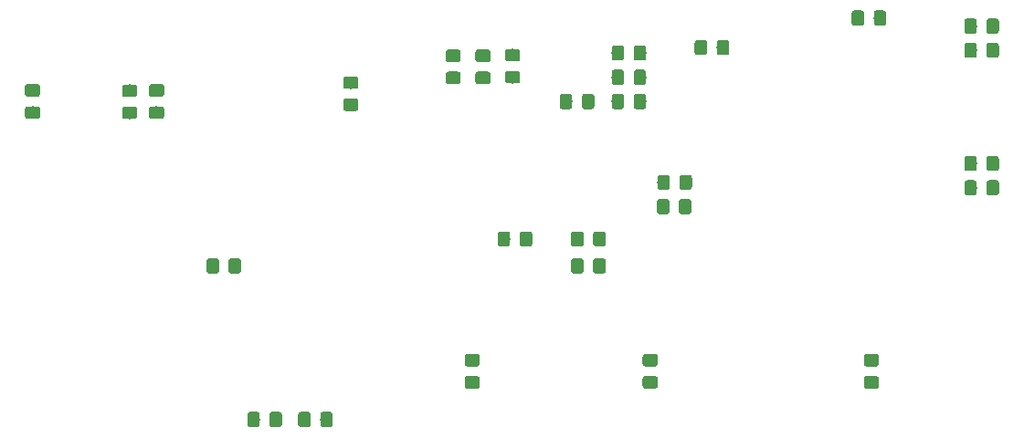
<source format=gtp>
%TF.GenerationSoftware,KiCad,Pcbnew,5.0.2+dfsg1-1*%
%TF.CreationDate,2022-04-21T18:11:17+09:00*%
%TF.ProjectId,car-bluetooth,6361722d-626c-4756-9574-6f6f74682e6b,rev?*%
%TF.SameCoordinates,Original*%
%TF.FileFunction,Paste,Top*%
%TF.FilePolarity,Positive*%
%FSLAX46Y46*%
G04 Gerber Fmt 4.6, Leading zero omitted, Abs format (unit mm)*
G04 Created by KiCad (PCBNEW 5.0.2+dfsg1-1) date Thu 21 Apr 2022 06:11:17 PM JST*
%MOMM*%
%LPD*%
G01*
G04 APERTURE LIST*
%ADD10C,0.100000*%
%ADD11C,1.150000*%
G04 APERTURE END LIST*
D10*
G36*
X149399505Y-112301204D02*
X149423773Y-112304804D01*
X149447572Y-112310765D01*
X149470671Y-112319030D01*
X149492850Y-112329520D01*
X149513893Y-112342132D01*
X149533599Y-112356747D01*
X149551777Y-112373223D01*
X149568253Y-112391401D01*
X149582868Y-112411107D01*
X149595480Y-112432150D01*
X149605970Y-112454329D01*
X149614235Y-112477428D01*
X149620196Y-112501227D01*
X149623796Y-112525495D01*
X149625000Y-112549999D01*
X149625000Y-113450001D01*
X149623796Y-113474505D01*
X149620196Y-113498773D01*
X149614235Y-113522572D01*
X149605970Y-113545671D01*
X149595480Y-113567850D01*
X149582868Y-113588893D01*
X149568253Y-113608599D01*
X149551777Y-113626777D01*
X149533599Y-113643253D01*
X149513893Y-113657868D01*
X149492850Y-113670480D01*
X149470671Y-113680970D01*
X149447572Y-113689235D01*
X149423773Y-113695196D01*
X149399505Y-113698796D01*
X149375001Y-113700000D01*
X148724999Y-113700000D01*
X148700495Y-113698796D01*
X148676227Y-113695196D01*
X148652428Y-113689235D01*
X148629329Y-113680970D01*
X148607150Y-113670480D01*
X148586107Y-113657868D01*
X148566401Y-113643253D01*
X148548223Y-113626777D01*
X148531747Y-113608599D01*
X148517132Y-113588893D01*
X148504520Y-113567850D01*
X148494030Y-113545671D01*
X148485765Y-113522572D01*
X148479804Y-113498773D01*
X148476204Y-113474505D01*
X148475000Y-113450001D01*
X148475000Y-112549999D01*
X148476204Y-112525495D01*
X148479804Y-112501227D01*
X148485765Y-112477428D01*
X148494030Y-112454329D01*
X148504520Y-112432150D01*
X148517132Y-112411107D01*
X148531747Y-112391401D01*
X148548223Y-112373223D01*
X148566401Y-112356747D01*
X148586107Y-112342132D01*
X148607150Y-112329520D01*
X148629329Y-112319030D01*
X148652428Y-112310765D01*
X148676227Y-112304804D01*
X148700495Y-112301204D01*
X148724999Y-112300000D01*
X149375001Y-112300000D01*
X149399505Y-112301204D01*
X149399505Y-112301204D01*
G37*
D11*
X149050000Y-113000000D03*
D10*
G36*
X147349505Y-112301204D02*
X147373773Y-112304804D01*
X147397572Y-112310765D01*
X147420671Y-112319030D01*
X147442850Y-112329520D01*
X147463893Y-112342132D01*
X147483599Y-112356747D01*
X147501777Y-112373223D01*
X147518253Y-112391401D01*
X147532868Y-112411107D01*
X147545480Y-112432150D01*
X147555970Y-112454329D01*
X147564235Y-112477428D01*
X147570196Y-112501227D01*
X147573796Y-112525495D01*
X147575000Y-112549999D01*
X147575000Y-113450001D01*
X147573796Y-113474505D01*
X147570196Y-113498773D01*
X147564235Y-113522572D01*
X147555970Y-113545671D01*
X147545480Y-113567850D01*
X147532868Y-113588893D01*
X147518253Y-113608599D01*
X147501777Y-113626777D01*
X147483599Y-113643253D01*
X147463893Y-113657868D01*
X147442850Y-113670480D01*
X147420671Y-113680970D01*
X147397572Y-113689235D01*
X147373773Y-113695196D01*
X147349505Y-113698796D01*
X147325001Y-113700000D01*
X146674999Y-113700000D01*
X146650495Y-113698796D01*
X146626227Y-113695196D01*
X146602428Y-113689235D01*
X146579329Y-113680970D01*
X146557150Y-113670480D01*
X146536107Y-113657868D01*
X146516401Y-113643253D01*
X146498223Y-113626777D01*
X146481747Y-113608599D01*
X146467132Y-113588893D01*
X146454520Y-113567850D01*
X146444030Y-113545671D01*
X146435765Y-113522572D01*
X146429804Y-113498773D01*
X146426204Y-113474505D01*
X146425000Y-113450001D01*
X146425000Y-112549999D01*
X146426204Y-112525495D01*
X146429804Y-112501227D01*
X146435765Y-112477428D01*
X146444030Y-112454329D01*
X146454520Y-112432150D01*
X146467132Y-112411107D01*
X146481747Y-112391401D01*
X146498223Y-112373223D01*
X146516401Y-112356747D01*
X146536107Y-112342132D01*
X146557150Y-112329520D01*
X146579329Y-112319030D01*
X146602428Y-112310765D01*
X146626227Y-112304804D01*
X146650495Y-112301204D01*
X146674999Y-112300000D01*
X147325001Y-112300000D01*
X147349505Y-112301204D01*
X147349505Y-112301204D01*
G37*
D11*
X147000000Y-113000000D03*
D10*
G36*
X98099505Y-149551204D02*
X98123773Y-149554804D01*
X98147572Y-149560765D01*
X98170671Y-149569030D01*
X98192850Y-149579520D01*
X98213893Y-149592132D01*
X98233599Y-149606747D01*
X98251777Y-149623223D01*
X98268253Y-149641401D01*
X98282868Y-149661107D01*
X98295480Y-149682150D01*
X98305970Y-149704329D01*
X98314235Y-149727428D01*
X98320196Y-149751227D01*
X98323796Y-149775495D01*
X98325000Y-149799999D01*
X98325000Y-150700001D01*
X98323796Y-150724505D01*
X98320196Y-150748773D01*
X98314235Y-150772572D01*
X98305970Y-150795671D01*
X98295480Y-150817850D01*
X98282868Y-150838893D01*
X98268253Y-150858599D01*
X98251777Y-150876777D01*
X98233599Y-150893253D01*
X98213893Y-150907868D01*
X98192850Y-150920480D01*
X98170671Y-150930970D01*
X98147572Y-150939235D01*
X98123773Y-150945196D01*
X98099505Y-150948796D01*
X98075001Y-150950000D01*
X97424999Y-150950000D01*
X97400495Y-150948796D01*
X97376227Y-150945196D01*
X97352428Y-150939235D01*
X97329329Y-150930970D01*
X97307150Y-150920480D01*
X97286107Y-150907868D01*
X97266401Y-150893253D01*
X97248223Y-150876777D01*
X97231747Y-150858599D01*
X97217132Y-150838893D01*
X97204520Y-150817850D01*
X97194030Y-150795671D01*
X97185765Y-150772572D01*
X97179804Y-150748773D01*
X97176204Y-150724505D01*
X97175000Y-150700001D01*
X97175000Y-149799999D01*
X97176204Y-149775495D01*
X97179804Y-149751227D01*
X97185765Y-149727428D01*
X97194030Y-149704329D01*
X97204520Y-149682150D01*
X97217132Y-149661107D01*
X97231747Y-149641401D01*
X97248223Y-149623223D01*
X97266401Y-149606747D01*
X97286107Y-149592132D01*
X97307150Y-149579520D01*
X97329329Y-149569030D01*
X97352428Y-149560765D01*
X97376227Y-149554804D01*
X97400495Y-149551204D01*
X97424999Y-149550000D01*
X98075001Y-149550000D01*
X98099505Y-149551204D01*
X98099505Y-149551204D01*
G37*
D11*
X97750000Y-150250000D03*
D10*
G36*
X96049505Y-149551204D02*
X96073773Y-149554804D01*
X96097572Y-149560765D01*
X96120671Y-149569030D01*
X96142850Y-149579520D01*
X96163893Y-149592132D01*
X96183599Y-149606747D01*
X96201777Y-149623223D01*
X96218253Y-149641401D01*
X96232868Y-149661107D01*
X96245480Y-149682150D01*
X96255970Y-149704329D01*
X96264235Y-149727428D01*
X96270196Y-149751227D01*
X96273796Y-149775495D01*
X96275000Y-149799999D01*
X96275000Y-150700001D01*
X96273796Y-150724505D01*
X96270196Y-150748773D01*
X96264235Y-150772572D01*
X96255970Y-150795671D01*
X96245480Y-150817850D01*
X96232868Y-150838893D01*
X96218253Y-150858599D01*
X96201777Y-150876777D01*
X96183599Y-150893253D01*
X96163893Y-150907868D01*
X96142850Y-150920480D01*
X96120671Y-150930970D01*
X96097572Y-150939235D01*
X96073773Y-150945196D01*
X96049505Y-150948796D01*
X96025001Y-150950000D01*
X95374999Y-150950000D01*
X95350495Y-150948796D01*
X95326227Y-150945196D01*
X95302428Y-150939235D01*
X95279329Y-150930970D01*
X95257150Y-150920480D01*
X95236107Y-150907868D01*
X95216401Y-150893253D01*
X95198223Y-150876777D01*
X95181747Y-150858599D01*
X95167132Y-150838893D01*
X95154520Y-150817850D01*
X95144030Y-150795671D01*
X95135765Y-150772572D01*
X95129804Y-150748773D01*
X95126204Y-150724505D01*
X95125000Y-150700001D01*
X95125000Y-149799999D01*
X95126204Y-149775495D01*
X95129804Y-149751227D01*
X95135765Y-149727428D01*
X95144030Y-149704329D01*
X95154520Y-149682150D01*
X95167132Y-149661107D01*
X95181747Y-149641401D01*
X95198223Y-149623223D01*
X95216401Y-149606747D01*
X95236107Y-149592132D01*
X95257150Y-149579520D01*
X95279329Y-149569030D01*
X95302428Y-149560765D01*
X95326227Y-149554804D01*
X95350495Y-149551204D01*
X95374999Y-149550000D01*
X96025001Y-149550000D01*
X96049505Y-149551204D01*
X96049505Y-149551204D01*
G37*
D11*
X95700000Y-150250000D03*
D10*
G36*
X100474505Y-118426204D02*
X100498773Y-118429804D01*
X100522572Y-118435765D01*
X100545671Y-118444030D01*
X100567850Y-118454520D01*
X100588893Y-118467132D01*
X100608599Y-118481747D01*
X100626777Y-118498223D01*
X100643253Y-118516401D01*
X100657868Y-118536107D01*
X100670480Y-118557150D01*
X100680970Y-118579329D01*
X100689235Y-118602428D01*
X100695196Y-118626227D01*
X100698796Y-118650495D01*
X100700000Y-118674999D01*
X100700000Y-119325001D01*
X100698796Y-119349505D01*
X100695196Y-119373773D01*
X100689235Y-119397572D01*
X100680970Y-119420671D01*
X100670480Y-119442850D01*
X100657868Y-119463893D01*
X100643253Y-119483599D01*
X100626777Y-119501777D01*
X100608599Y-119518253D01*
X100588893Y-119532868D01*
X100567850Y-119545480D01*
X100545671Y-119555970D01*
X100522572Y-119564235D01*
X100498773Y-119570196D01*
X100474505Y-119573796D01*
X100450001Y-119575000D01*
X99549999Y-119575000D01*
X99525495Y-119573796D01*
X99501227Y-119570196D01*
X99477428Y-119564235D01*
X99454329Y-119555970D01*
X99432150Y-119545480D01*
X99411107Y-119532868D01*
X99391401Y-119518253D01*
X99373223Y-119501777D01*
X99356747Y-119483599D01*
X99342132Y-119463893D01*
X99329520Y-119442850D01*
X99319030Y-119420671D01*
X99310765Y-119397572D01*
X99304804Y-119373773D01*
X99301204Y-119349505D01*
X99300000Y-119325001D01*
X99300000Y-118674999D01*
X99301204Y-118650495D01*
X99304804Y-118626227D01*
X99310765Y-118602428D01*
X99319030Y-118579329D01*
X99329520Y-118557150D01*
X99342132Y-118536107D01*
X99356747Y-118516401D01*
X99373223Y-118498223D01*
X99391401Y-118481747D01*
X99411107Y-118467132D01*
X99432150Y-118454520D01*
X99454329Y-118444030D01*
X99477428Y-118435765D01*
X99501227Y-118429804D01*
X99525495Y-118426204D01*
X99549999Y-118425000D01*
X100450001Y-118425000D01*
X100474505Y-118426204D01*
X100474505Y-118426204D01*
G37*
D11*
X100000000Y-119000000D03*
D10*
G36*
X100474505Y-120476204D02*
X100498773Y-120479804D01*
X100522572Y-120485765D01*
X100545671Y-120494030D01*
X100567850Y-120504520D01*
X100588893Y-120517132D01*
X100608599Y-120531747D01*
X100626777Y-120548223D01*
X100643253Y-120566401D01*
X100657868Y-120586107D01*
X100670480Y-120607150D01*
X100680970Y-120629329D01*
X100689235Y-120652428D01*
X100695196Y-120676227D01*
X100698796Y-120700495D01*
X100700000Y-120724999D01*
X100700000Y-121375001D01*
X100698796Y-121399505D01*
X100695196Y-121423773D01*
X100689235Y-121447572D01*
X100680970Y-121470671D01*
X100670480Y-121492850D01*
X100657868Y-121513893D01*
X100643253Y-121533599D01*
X100626777Y-121551777D01*
X100608599Y-121568253D01*
X100588893Y-121582868D01*
X100567850Y-121595480D01*
X100545671Y-121605970D01*
X100522572Y-121614235D01*
X100498773Y-121620196D01*
X100474505Y-121623796D01*
X100450001Y-121625000D01*
X99549999Y-121625000D01*
X99525495Y-121623796D01*
X99501227Y-121620196D01*
X99477428Y-121614235D01*
X99454329Y-121605970D01*
X99432150Y-121595480D01*
X99411107Y-121582868D01*
X99391401Y-121568253D01*
X99373223Y-121551777D01*
X99356747Y-121533599D01*
X99342132Y-121513893D01*
X99329520Y-121492850D01*
X99319030Y-121470671D01*
X99310765Y-121447572D01*
X99304804Y-121423773D01*
X99301204Y-121399505D01*
X99300000Y-121375001D01*
X99300000Y-120724999D01*
X99301204Y-120700495D01*
X99304804Y-120676227D01*
X99310765Y-120652428D01*
X99319030Y-120629329D01*
X99329520Y-120607150D01*
X99342132Y-120586107D01*
X99356747Y-120566401D01*
X99373223Y-120548223D01*
X99391401Y-120531747D01*
X99411107Y-120517132D01*
X99432150Y-120504520D01*
X99454329Y-120494030D01*
X99477428Y-120485765D01*
X99501227Y-120479804D01*
X99525495Y-120476204D01*
X99549999Y-120475000D01*
X100450001Y-120475000D01*
X100474505Y-120476204D01*
X100474505Y-120476204D01*
G37*
D11*
X100000000Y-121050000D03*
D10*
G36*
X125099505Y-117801204D02*
X125123773Y-117804804D01*
X125147572Y-117810765D01*
X125170671Y-117819030D01*
X125192850Y-117829520D01*
X125213893Y-117842132D01*
X125233599Y-117856747D01*
X125251777Y-117873223D01*
X125268253Y-117891401D01*
X125282868Y-117911107D01*
X125295480Y-117932150D01*
X125305970Y-117954329D01*
X125314235Y-117977428D01*
X125320196Y-118001227D01*
X125323796Y-118025495D01*
X125325000Y-118049999D01*
X125325000Y-118950001D01*
X125323796Y-118974505D01*
X125320196Y-118998773D01*
X125314235Y-119022572D01*
X125305970Y-119045671D01*
X125295480Y-119067850D01*
X125282868Y-119088893D01*
X125268253Y-119108599D01*
X125251777Y-119126777D01*
X125233599Y-119143253D01*
X125213893Y-119157868D01*
X125192850Y-119170480D01*
X125170671Y-119180970D01*
X125147572Y-119189235D01*
X125123773Y-119195196D01*
X125099505Y-119198796D01*
X125075001Y-119200000D01*
X124424999Y-119200000D01*
X124400495Y-119198796D01*
X124376227Y-119195196D01*
X124352428Y-119189235D01*
X124329329Y-119180970D01*
X124307150Y-119170480D01*
X124286107Y-119157868D01*
X124266401Y-119143253D01*
X124248223Y-119126777D01*
X124231747Y-119108599D01*
X124217132Y-119088893D01*
X124204520Y-119067850D01*
X124194030Y-119045671D01*
X124185765Y-119022572D01*
X124179804Y-118998773D01*
X124176204Y-118974505D01*
X124175000Y-118950001D01*
X124175000Y-118049999D01*
X124176204Y-118025495D01*
X124179804Y-118001227D01*
X124185765Y-117977428D01*
X124194030Y-117954329D01*
X124204520Y-117932150D01*
X124217132Y-117911107D01*
X124231747Y-117891401D01*
X124248223Y-117873223D01*
X124266401Y-117856747D01*
X124286107Y-117842132D01*
X124307150Y-117829520D01*
X124329329Y-117819030D01*
X124352428Y-117810765D01*
X124376227Y-117804804D01*
X124400495Y-117801204D01*
X124424999Y-117800000D01*
X125075001Y-117800000D01*
X125099505Y-117801204D01*
X125099505Y-117801204D01*
G37*
D11*
X124750000Y-118500000D03*
D10*
G36*
X127149505Y-117801204D02*
X127173773Y-117804804D01*
X127197572Y-117810765D01*
X127220671Y-117819030D01*
X127242850Y-117829520D01*
X127263893Y-117842132D01*
X127283599Y-117856747D01*
X127301777Y-117873223D01*
X127318253Y-117891401D01*
X127332868Y-117911107D01*
X127345480Y-117932150D01*
X127355970Y-117954329D01*
X127364235Y-117977428D01*
X127370196Y-118001227D01*
X127373796Y-118025495D01*
X127375000Y-118049999D01*
X127375000Y-118950001D01*
X127373796Y-118974505D01*
X127370196Y-118998773D01*
X127364235Y-119022572D01*
X127355970Y-119045671D01*
X127345480Y-119067850D01*
X127332868Y-119088893D01*
X127318253Y-119108599D01*
X127301777Y-119126777D01*
X127283599Y-119143253D01*
X127263893Y-119157868D01*
X127242850Y-119170480D01*
X127220671Y-119180970D01*
X127197572Y-119189235D01*
X127173773Y-119195196D01*
X127149505Y-119198796D01*
X127125001Y-119200000D01*
X126474999Y-119200000D01*
X126450495Y-119198796D01*
X126426227Y-119195196D01*
X126402428Y-119189235D01*
X126379329Y-119180970D01*
X126357150Y-119170480D01*
X126336107Y-119157868D01*
X126316401Y-119143253D01*
X126298223Y-119126777D01*
X126281747Y-119108599D01*
X126267132Y-119088893D01*
X126254520Y-119067850D01*
X126244030Y-119045671D01*
X126235765Y-119022572D01*
X126229804Y-118998773D01*
X126226204Y-118974505D01*
X126225000Y-118950001D01*
X126225000Y-118049999D01*
X126226204Y-118025495D01*
X126229804Y-118001227D01*
X126235765Y-117977428D01*
X126244030Y-117954329D01*
X126254520Y-117932150D01*
X126267132Y-117911107D01*
X126281747Y-117891401D01*
X126298223Y-117873223D01*
X126316401Y-117856747D01*
X126336107Y-117842132D01*
X126357150Y-117829520D01*
X126379329Y-117819030D01*
X126402428Y-117810765D01*
X126426227Y-117804804D01*
X126450495Y-117801204D01*
X126474999Y-117800000D01*
X127125001Y-117800000D01*
X127149505Y-117801204D01*
X127149505Y-117801204D01*
G37*
D11*
X126800000Y-118500000D03*
D10*
G36*
X121349505Y-132801204D02*
X121373773Y-132804804D01*
X121397572Y-132810765D01*
X121420671Y-132819030D01*
X121442850Y-132829520D01*
X121463893Y-132842132D01*
X121483599Y-132856747D01*
X121501777Y-132873223D01*
X121518253Y-132891401D01*
X121532868Y-132911107D01*
X121545480Y-132932150D01*
X121555970Y-132954329D01*
X121564235Y-132977428D01*
X121570196Y-133001227D01*
X121573796Y-133025495D01*
X121575000Y-133049999D01*
X121575000Y-133950001D01*
X121573796Y-133974505D01*
X121570196Y-133998773D01*
X121564235Y-134022572D01*
X121555970Y-134045671D01*
X121545480Y-134067850D01*
X121532868Y-134088893D01*
X121518253Y-134108599D01*
X121501777Y-134126777D01*
X121483599Y-134143253D01*
X121463893Y-134157868D01*
X121442850Y-134170480D01*
X121420671Y-134180970D01*
X121397572Y-134189235D01*
X121373773Y-134195196D01*
X121349505Y-134198796D01*
X121325001Y-134200000D01*
X120674999Y-134200000D01*
X120650495Y-134198796D01*
X120626227Y-134195196D01*
X120602428Y-134189235D01*
X120579329Y-134180970D01*
X120557150Y-134170480D01*
X120536107Y-134157868D01*
X120516401Y-134143253D01*
X120498223Y-134126777D01*
X120481747Y-134108599D01*
X120467132Y-134088893D01*
X120454520Y-134067850D01*
X120444030Y-134045671D01*
X120435765Y-134022572D01*
X120429804Y-133998773D01*
X120426204Y-133974505D01*
X120425000Y-133950001D01*
X120425000Y-133049999D01*
X120426204Y-133025495D01*
X120429804Y-133001227D01*
X120435765Y-132977428D01*
X120444030Y-132954329D01*
X120454520Y-132932150D01*
X120467132Y-132911107D01*
X120481747Y-132891401D01*
X120498223Y-132873223D01*
X120516401Y-132856747D01*
X120536107Y-132842132D01*
X120557150Y-132829520D01*
X120579329Y-132819030D01*
X120602428Y-132810765D01*
X120626227Y-132804804D01*
X120650495Y-132801204D01*
X120674999Y-132800000D01*
X121325001Y-132800000D01*
X121349505Y-132801204D01*
X121349505Y-132801204D01*
G37*
D11*
X121000000Y-133500000D03*
D10*
G36*
X123399505Y-132801204D02*
X123423773Y-132804804D01*
X123447572Y-132810765D01*
X123470671Y-132819030D01*
X123492850Y-132829520D01*
X123513893Y-132842132D01*
X123533599Y-132856747D01*
X123551777Y-132873223D01*
X123568253Y-132891401D01*
X123582868Y-132911107D01*
X123595480Y-132932150D01*
X123605970Y-132954329D01*
X123614235Y-132977428D01*
X123620196Y-133001227D01*
X123623796Y-133025495D01*
X123625000Y-133049999D01*
X123625000Y-133950001D01*
X123623796Y-133974505D01*
X123620196Y-133998773D01*
X123614235Y-134022572D01*
X123605970Y-134045671D01*
X123595480Y-134067850D01*
X123582868Y-134088893D01*
X123568253Y-134108599D01*
X123551777Y-134126777D01*
X123533599Y-134143253D01*
X123513893Y-134157868D01*
X123492850Y-134170480D01*
X123470671Y-134180970D01*
X123447572Y-134189235D01*
X123423773Y-134195196D01*
X123399505Y-134198796D01*
X123375001Y-134200000D01*
X122724999Y-134200000D01*
X122700495Y-134198796D01*
X122676227Y-134195196D01*
X122652428Y-134189235D01*
X122629329Y-134180970D01*
X122607150Y-134170480D01*
X122586107Y-134157868D01*
X122566401Y-134143253D01*
X122548223Y-134126777D01*
X122531747Y-134108599D01*
X122517132Y-134088893D01*
X122504520Y-134067850D01*
X122494030Y-134045671D01*
X122485765Y-134022572D01*
X122479804Y-133998773D01*
X122476204Y-133974505D01*
X122475000Y-133950001D01*
X122475000Y-133049999D01*
X122476204Y-133025495D01*
X122479804Y-133001227D01*
X122485765Y-132977428D01*
X122494030Y-132954329D01*
X122504520Y-132932150D01*
X122517132Y-132911107D01*
X122531747Y-132891401D01*
X122548223Y-132873223D01*
X122566401Y-132856747D01*
X122586107Y-132842132D01*
X122607150Y-132829520D01*
X122629329Y-132819030D01*
X122652428Y-132810765D01*
X122676227Y-132804804D01*
X122700495Y-132801204D01*
X122724999Y-132800000D01*
X123375001Y-132800000D01*
X123399505Y-132801204D01*
X123399505Y-132801204D01*
G37*
D11*
X123050000Y-133500000D03*
D10*
G36*
X115474505Y-117926204D02*
X115498773Y-117929804D01*
X115522572Y-117935765D01*
X115545671Y-117944030D01*
X115567850Y-117954520D01*
X115588893Y-117967132D01*
X115608599Y-117981747D01*
X115626777Y-117998223D01*
X115643253Y-118016401D01*
X115657868Y-118036107D01*
X115670480Y-118057150D01*
X115680970Y-118079329D01*
X115689235Y-118102428D01*
X115695196Y-118126227D01*
X115698796Y-118150495D01*
X115700000Y-118174999D01*
X115700000Y-118825001D01*
X115698796Y-118849505D01*
X115695196Y-118873773D01*
X115689235Y-118897572D01*
X115680970Y-118920671D01*
X115670480Y-118942850D01*
X115657868Y-118963893D01*
X115643253Y-118983599D01*
X115626777Y-119001777D01*
X115608599Y-119018253D01*
X115588893Y-119032868D01*
X115567850Y-119045480D01*
X115545671Y-119055970D01*
X115522572Y-119064235D01*
X115498773Y-119070196D01*
X115474505Y-119073796D01*
X115450001Y-119075000D01*
X114549999Y-119075000D01*
X114525495Y-119073796D01*
X114501227Y-119070196D01*
X114477428Y-119064235D01*
X114454329Y-119055970D01*
X114432150Y-119045480D01*
X114411107Y-119032868D01*
X114391401Y-119018253D01*
X114373223Y-119001777D01*
X114356747Y-118983599D01*
X114342132Y-118963893D01*
X114329520Y-118942850D01*
X114319030Y-118920671D01*
X114310765Y-118897572D01*
X114304804Y-118873773D01*
X114301204Y-118849505D01*
X114300000Y-118825001D01*
X114300000Y-118174999D01*
X114301204Y-118150495D01*
X114304804Y-118126227D01*
X114310765Y-118102428D01*
X114319030Y-118079329D01*
X114329520Y-118057150D01*
X114342132Y-118036107D01*
X114356747Y-118016401D01*
X114373223Y-117998223D01*
X114391401Y-117981747D01*
X114411107Y-117967132D01*
X114432150Y-117954520D01*
X114454329Y-117944030D01*
X114477428Y-117935765D01*
X114501227Y-117929804D01*
X114525495Y-117926204D01*
X114549999Y-117925000D01*
X115450001Y-117925000D01*
X115474505Y-117926204D01*
X115474505Y-117926204D01*
G37*
D11*
X115000000Y-118500000D03*
D10*
G36*
X115474505Y-115876204D02*
X115498773Y-115879804D01*
X115522572Y-115885765D01*
X115545671Y-115894030D01*
X115567850Y-115904520D01*
X115588893Y-115917132D01*
X115608599Y-115931747D01*
X115626777Y-115948223D01*
X115643253Y-115966401D01*
X115657868Y-115986107D01*
X115670480Y-116007150D01*
X115680970Y-116029329D01*
X115689235Y-116052428D01*
X115695196Y-116076227D01*
X115698796Y-116100495D01*
X115700000Y-116124999D01*
X115700000Y-116775001D01*
X115698796Y-116799505D01*
X115695196Y-116823773D01*
X115689235Y-116847572D01*
X115680970Y-116870671D01*
X115670480Y-116892850D01*
X115657868Y-116913893D01*
X115643253Y-116933599D01*
X115626777Y-116951777D01*
X115608599Y-116968253D01*
X115588893Y-116982868D01*
X115567850Y-116995480D01*
X115545671Y-117005970D01*
X115522572Y-117014235D01*
X115498773Y-117020196D01*
X115474505Y-117023796D01*
X115450001Y-117025000D01*
X114549999Y-117025000D01*
X114525495Y-117023796D01*
X114501227Y-117020196D01*
X114477428Y-117014235D01*
X114454329Y-117005970D01*
X114432150Y-116995480D01*
X114411107Y-116982868D01*
X114391401Y-116968253D01*
X114373223Y-116951777D01*
X114356747Y-116933599D01*
X114342132Y-116913893D01*
X114329520Y-116892850D01*
X114319030Y-116870671D01*
X114310765Y-116847572D01*
X114304804Y-116823773D01*
X114301204Y-116799505D01*
X114300000Y-116775001D01*
X114300000Y-116124999D01*
X114301204Y-116100495D01*
X114304804Y-116076227D01*
X114310765Y-116052428D01*
X114319030Y-116029329D01*
X114329520Y-116007150D01*
X114342132Y-115986107D01*
X114356747Y-115966401D01*
X114373223Y-115948223D01*
X114391401Y-115931747D01*
X114411107Y-115917132D01*
X114432150Y-115904520D01*
X114454329Y-115894030D01*
X114477428Y-115885765D01*
X114501227Y-115879804D01*
X114525495Y-115876204D01*
X114549999Y-115875000D01*
X115450001Y-115875000D01*
X115474505Y-115876204D01*
X115474505Y-115876204D01*
G37*
D11*
X115000000Y-116450000D03*
D10*
G36*
X87549505Y-135301204D02*
X87573773Y-135304804D01*
X87597572Y-135310765D01*
X87620671Y-135319030D01*
X87642850Y-135329520D01*
X87663893Y-135342132D01*
X87683599Y-135356747D01*
X87701777Y-135373223D01*
X87718253Y-135391401D01*
X87732868Y-135411107D01*
X87745480Y-135432150D01*
X87755970Y-135454329D01*
X87764235Y-135477428D01*
X87770196Y-135501227D01*
X87773796Y-135525495D01*
X87775000Y-135549999D01*
X87775000Y-136450001D01*
X87773796Y-136474505D01*
X87770196Y-136498773D01*
X87764235Y-136522572D01*
X87755970Y-136545671D01*
X87745480Y-136567850D01*
X87732868Y-136588893D01*
X87718253Y-136608599D01*
X87701777Y-136626777D01*
X87683599Y-136643253D01*
X87663893Y-136657868D01*
X87642850Y-136670480D01*
X87620671Y-136680970D01*
X87597572Y-136689235D01*
X87573773Y-136695196D01*
X87549505Y-136698796D01*
X87525001Y-136700000D01*
X86874999Y-136700000D01*
X86850495Y-136698796D01*
X86826227Y-136695196D01*
X86802428Y-136689235D01*
X86779329Y-136680970D01*
X86757150Y-136670480D01*
X86736107Y-136657868D01*
X86716401Y-136643253D01*
X86698223Y-136626777D01*
X86681747Y-136608599D01*
X86667132Y-136588893D01*
X86654520Y-136567850D01*
X86644030Y-136545671D01*
X86635765Y-136522572D01*
X86629804Y-136498773D01*
X86626204Y-136474505D01*
X86625000Y-136450001D01*
X86625000Y-135549999D01*
X86626204Y-135525495D01*
X86629804Y-135501227D01*
X86635765Y-135477428D01*
X86644030Y-135454329D01*
X86654520Y-135432150D01*
X86667132Y-135411107D01*
X86681747Y-135391401D01*
X86698223Y-135373223D01*
X86716401Y-135356747D01*
X86736107Y-135342132D01*
X86757150Y-135329520D01*
X86779329Y-135319030D01*
X86802428Y-135310765D01*
X86826227Y-135304804D01*
X86850495Y-135301204D01*
X86874999Y-135300000D01*
X87525001Y-135300000D01*
X87549505Y-135301204D01*
X87549505Y-135301204D01*
G37*
D11*
X87200000Y-136000000D03*
D10*
G36*
X89599505Y-135301204D02*
X89623773Y-135304804D01*
X89647572Y-135310765D01*
X89670671Y-135319030D01*
X89692850Y-135329520D01*
X89713893Y-135342132D01*
X89733599Y-135356747D01*
X89751777Y-135373223D01*
X89768253Y-135391401D01*
X89782868Y-135411107D01*
X89795480Y-135432150D01*
X89805970Y-135454329D01*
X89814235Y-135477428D01*
X89820196Y-135501227D01*
X89823796Y-135525495D01*
X89825000Y-135549999D01*
X89825000Y-136450001D01*
X89823796Y-136474505D01*
X89820196Y-136498773D01*
X89814235Y-136522572D01*
X89805970Y-136545671D01*
X89795480Y-136567850D01*
X89782868Y-136588893D01*
X89768253Y-136608599D01*
X89751777Y-136626777D01*
X89733599Y-136643253D01*
X89713893Y-136657868D01*
X89692850Y-136670480D01*
X89670671Y-136680970D01*
X89647572Y-136689235D01*
X89623773Y-136695196D01*
X89599505Y-136698796D01*
X89575001Y-136700000D01*
X88924999Y-136700000D01*
X88900495Y-136698796D01*
X88876227Y-136695196D01*
X88852428Y-136689235D01*
X88829329Y-136680970D01*
X88807150Y-136670480D01*
X88786107Y-136657868D01*
X88766401Y-136643253D01*
X88748223Y-136626777D01*
X88731747Y-136608599D01*
X88717132Y-136588893D01*
X88704520Y-136567850D01*
X88694030Y-136545671D01*
X88685765Y-136522572D01*
X88679804Y-136498773D01*
X88676204Y-136474505D01*
X88675000Y-136450001D01*
X88675000Y-135549999D01*
X88676204Y-135525495D01*
X88679804Y-135501227D01*
X88685765Y-135477428D01*
X88694030Y-135454329D01*
X88704520Y-135432150D01*
X88717132Y-135411107D01*
X88731747Y-135391401D01*
X88748223Y-135373223D01*
X88766401Y-135356747D01*
X88786107Y-135342132D01*
X88807150Y-135329520D01*
X88829329Y-135319030D01*
X88852428Y-135310765D01*
X88876227Y-135304804D01*
X88900495Y-135301204D01*
X88924999Y-135300000D01*
X89575001Y-135300000D01*
X89599505Y-135301204D01*
X89599505Y-135301204D01*
G37*
D11*
X89250000Y-136000000D03*
D10*
G36*
X79974505Y-119176204D02*
X79998773Y-119179804D01*
X80022572Y-119185765D01*
X80045671Y-119194030D01*
X80067850Y-119204520D01*
X80088893Y-119217132D01*
X80108599Y-119231747D01*
X80126777Y-119248223D01*
X80143253Y-119266401D01*
X80157868Y-119286107D01*
X80170480Y-119307150D01*
X80180970Y-119329329D01*
X80189235Y-119352428D01*
X80195196Y-119376227D01*
X80198796Y-119400495D01*
X80200000Y-119424999D01*
X80200000Y-120075001D01*
X80198796Y-120099505D01*
X80195196Y-120123773D01*
X80189235Y-120147572D01*
X80180970Y-120170671D01*
X80170480Y-120192850D01*
X80157868Y-120213893D01*
X80143253Y-120233599D01*
X80126777Y-120251777D01*
X80108599Y-120268253D01*
X80088893Y-120282868D01*
X80067850Y-120295480D01*
X80045671Y-120305970D01*
X80022572Y-120314235D01*
X79998773Y-120320196D01*
X79974505Y-120323796D01*
X79950001Y-120325000D01*
X79049999Y-120325000D01*
X79025495Y-120323796D01*
X79001227Y-120320196D01*
X78977428Y-120314235D01*
X78954329Y-120305970D01*
X78932150Y-120295480D01*
X78911107Y-120282868D01*
X78891401Y-120268253D01*
X78873223Y-120251777D01*
X78856747Y-120233599D01*
X78842132Y-120213893D01*
X78829520Y-120192850D01*
X78819030Y-120170671D01*
X78810765Y-120147572D01*
X78804804Y-120123773D01*
X78801204Y-120099505D01*
X78800000Y-120075001D01*
X78800000Y-119424999D01*
X78801204Y-119400495D01*
X78804804Y-119376227D01*
X78810765Y-119352428D01*
X78819030Y-119329329D01*
X78829520Y-119307150D01*
X78842132Y-119286107D01*
X78856747Y-119266401D01*
X78873223Y-119248223D01*
X78891401Y-119231747D01*
X78911107Y-119217132D01*
X78932150Y-119204520D01*
X78954329Y-119194030D01*
X78977428Y-119185765D01*
X79001227Y-119179804D01*
X79025495Y-119176204D01*
X79049999Y-119175000D01*
X79950001Y-119175000D01*
X79974505Y-119176204D01*
X79974505Y-119176204D01*
G37*
D11*
X79500000Y-119750000D03*
D10*
G36*
X79974505Y-121226204D02*
X79998773Y-121229804D01*
X80022572Y-121235765D01*
X80045671Y-121244030D01*
X80067850Y-121254520D01*
X80088893Y-121267132D01*
X80108599Y-121281747D01*
X80126777Y-121298223D01*
X80143253Y-121316401D01*
X80157868Y-121336107D01*
X80170480Y-121357150D01*
X80180970Y-121379329D01*
X80189235Y-121402428D01*
X80195196Y-121426227D01*
X80198796Y-121450495D01*
X80200000Y-121474999D01*
X80200000Y-122125001D01*
X80198796Y-122149505D01*
X80195196Y-122173773D01*
X80189235Y-122197572D01*
X80180970Y-122220671D01*
X80170480Y-122242850D01*
X80157868Y-122263893D01*
X80143253Y-122283599D01*
X80126777Y-122301777D01*
X80108599Y-122318253D01*
X80088893Y-122332868D01*
X80067850Y-122345480D01*
X80045671Y-122355970D01*
X80022572Y-122364235D01*
X79998773Y-122370196D01*
X79974505Y-122373796D01*
X79950001Y-122375000D01*
X79049999Y-122375000D01*
X79025495Y-122373796D01*
X79001227Y-122370196D01*
X78977428Y-122364235D01*
X78954329Y-122355970D01*
X78932150Y-122345480D01*
X78911107Y-122332868D01*
X78891401Y-122318253D01*
X78873223Y-122301777D01*
X78856747Y-122283599D01*
X78842132Y-122263893D01*
X78829520Y-122242850D01*
X78819030Y-122220671D01*
X78810765Y-122197572D01*
X78804804Y-122173773D01*
X78801204Y-122149505D01*
X78800000Y-122125001D01*
X78800000Y-121474999D01*
X78801204Y-121450495D01*
X78804804Y-121426227D01*
X78810765Y-121402428D01*
X78819030Y-121379329D01*
X78829520Y-121357150D01*
X78842132Y-121336107D01*
X78856747Y-121316401D01*
X78873223Y-121298223D01*
X78891401Y-121281747D01*
X78911107Y-121267132D01*
X78932150Y-121254520D01*
X78954329Y-121244030D01*
X78977428Y-121235765D01*
X79001227Y-121229804D01*
X79025495Y-121226204D01*
X79049999Y-121225000D01*
X79950001Y-121225000D01*
X79974505Y-121226204D01*
X79974505Y-121226204D01*
G37*
D11*
X79500000Y-121800000D03*
D10*
G36*
X93399505Y-149551204D02*
X93423773Y-149554804D01*
X93447572Y-149560765D01*
X93470671Y-149569030D01*
X93492850Y-149579520D01*
X93513893Y-149592132D01*
X93533599Y-149606747D01*
X93551777Y-149623223D01*
X93568253Y-149641401D01*
X93582868Y-149661107D01*
X93595480Y-149682150D01*
X93605970Y-149704329D01*
X93614235Y-149727428D01*
X93620196Y-149751227D01*
X93623796Y-149775495D01*
X93625000Y-149799999D01*
X93625000Y-150700001D01*
X93623796Y-150724505D01*
X93620196Y-150748773D01*
X93614235Y-150772572D01*
X93605970Y-150795671D01*
X93595480Y-150817850D01*
X93582868Y-150838893D01*
X93568253Y-150858599D01*
X93551777Y-150876777D01*
X93533599Y-150893253D01*
X93513893Y-150907868D01*
X93492850Y-150920480D01*
X93470671Y-150930970D01*
X93447572Y-150939235D01*
X93423773Y-150945196D01*
X93399505Y-150948796D01*
X93375001Y-150950000D01*
X92724999Y-150950000D01*
X92700495Y-150948796D01*
X92676227Y-150945196D01*
X92652428Y-150939235D01*
X92629329Y-150930970D01*
X92607150Y-150920480D01*
X92586107Y-150907868D01*
X92566401Y-150893253D01*
X92548223Y-150876777D01*
X92531747Y-150858599D01*
X92517132Y-150838893D01*
X92504520Y-150817850D01*
X92494030Y-150795671D01*
X92485765Y-150772572D01*
X92479804Y-150748773D01*
X92476204Y-150724505D01*
X92475000Y-150700001D01*
X92475000Y-149799999D01*
X92476204Y-149775495D01*
X92479804Y-149751227D01*
X92485765Y-149727428D01*
X92494030Y-149704329D01*
X92504520Y-149682150D01*
X92517132Y-149661107D01*
X92531747Y-149641401D01*
X92548223Y-149623223D01*
X92566401Y-149606747D01*
X92586107Y-149592132D01*
X92607150Y-149579520D01*
X92629329Y-149569030D01*
X92652428Y-149560765D01*
X92676227Y-149554804D01*
X92700495Y-149551204D01*
X92724999Y-149550000D01*
X93375001Y-149550000D01*
X93399505Y-149551204D01*
X93399505Y-149551204D01*
G37*
D11*
X93050000Y-150250000D03*
D10*
G36*
X91349505Y-149551204D02*
X91373773Y-149554804D01*
X91397572Y-149560765D01*
X91420671Y-149569030D01*
X91442850Y-149579520D01*
X91463893Y-149592132D01*
X91483599Y-149606747D01*
X91501777Y-149623223D01*
X91518253Y-149641401D01*
X91532868Y-149661107D01*
X91545480Y-149682150D01*
X91555970Y-149704329D01*
X91564235Y-149727428D01*
X91570196Y-149751227D01*
X91573796Y-149775495D01*
X91575000Y-149799999D01*
X91575000Y-150700001D01*
X91573796Y-150724505D01*
X91570196Y-150748773D01*
X91564235Y-150772572D01*
X91555970Y-150795671D01*
X91545480Y-150817850D01*
X91532868Y-150838893D01*
X91518253Y-150858599D01*
X91501777Y-150876777D01*
X91483599Y-150893253D01*
X91463893Y-150907868D01*
X91442850Y-150920480D01*
X91420671Y-150930970D01*
X91397572Y-150939235D01*
X91373773Y-150945196D01*
X91349505Y-150948796D01*
X91325001Y-150950000D01*
X90674999Y-150950000D01*
X90650495Y-150948796D01*
X90626227Y-150945196D01*
X90602428Y-150939235D01*
X90579329Y-150930970D01*
X90557150Y-150920480D01*
X90536107Y-150907868D01*
X90516401Y-150893253D01*
X90498223Y-150876777D01*
X90481747Y-150858599D01*
X90467132Y-150838893D01*
X90454520Y-150817850D01*
X90444030Y-150795671D01*
X90435765Y-150772572D01*
X90429804Y-150748773D01*
X90426204Y-150724505D01*
X90425000Y-150700001D01*
X90425000Y-149799999D01*
X90426204Y-149775495D01*
X90429804Y-149751227D01*
X90435765Y-149727428D01*
X90444030Y-149704329D01*
X90454520Y-149682150D01*
X90467132Y-149661107D01*
X90481747Y-149641401D01*
X90498223Y-149623223D01*
X90516401Y-149606747D01*
X90536107Y-149592132D01*
X90557150Y-149579520D01*
X90579329Y-149569030D01*
X90602428Y-149560765D01*
X90626227Y-149554804D01*
X90650495Y-149551204D01*
X90674999Y-149550000D01*
X91325001Y-149550000D01*
X91349505Y-149551204D01*
X91349505Y-149551204D01*
G37*
D11*
X91000000Y-150250000D03*
D10*
G36*
X132799505Y-115051204D02*
X132823773Y-115054804D01*
X132847572Y-115060765D01*
X132870671Y-115069030D01*
X132892850Y-115079520D01*
X132913893Y-115092132D01*
X132933599Y-115106747D01*
X132951777Y-115123223D01*
X132968253Y-115141401D01*
X132982868Y-115161107D01*
X132995480Y-115182150D01*
X133005970Y-115204329D01*
X133014235Y-115227428D01*
X133020196Y-115251227D01*
X133023796Y-115275495D01*
X133025000Y-115299999D01*
X133025000Y-116200001D01*
X133023796Y-116224505D01*
X133020196Y-116248773D01*
X133014235Y-116272572D01*
X133005970Y-116295671D01*
X132995480Y-116317850D01*
X132982868Y-116338893D01*
X132968253Y-116358599D01*
X132951777Y-116376777D01*
X132933599Y-116393253D01*
X132913893Y-116407868D01*
X132892850Y-116420480D01*
X132870671Y-116430970D01*
X132847572Y-116439235D01*
X132823773Y-116445196D01*
X132799505Y-116448796D01*
X132775001Y-116450000D01*
X132124999Y-116450000D01*
X132100495Y-116448796D01*
X132076227Y-116445196D01*
X132052428Y-116439235D01*
X132029329Y-116430970D01*
X132007150Y-116420480D01*
X131986107Y-116407868D01*
X131966401Y-116393253D01*
X131948223Y-116376777D01*
X131931747Y-116358599D01*
X131917132Y-116338893D01*
X131904520Y-116317850D01*
X131894030Y-116295671D01*
X131885765Y-116272572D01*
X131879804Y-116248773D01*
X131876204Y-116224505D01*
X131875000Y-116200001D01*
X131875000Y-115299999D01*
X131876204Y-115275495D01*
X131879804Y-115251227D01*
X131885765Y-115227428D01*
X131894030Y-115204329D01*
X131904520Y-115182150D01*
X131917132Y-115161107D01*
X131931747Y-115141401D01*
X131948223Y-115123223D01*
X131966401Y-115106747D01*
X131986107Y-115092132D01*
X132007150Y-115079520D01*
X132029329Y-115069030D01*
X132052428Y-115060765D01*
X132076227Y-115054804D01*
X132100495Y-115051204D01*
X132124999Y-115050000D01*
X132775001Y-115050000D01*
X132799505Y-115051204D01*
X132799505Y-115051204D01*
G37*
D11*
X132450000Y-115750000D03*
D10*
G36*
X134849505Y-115051204D02*
X134873773Y-115054804D01*
X134897572Y-115060765D01*
X134920671Y-115069030D01*
X134942850Y-115079520D01*
X134963893Y-115092132D01*
X134983599Y-115106747D01*
X135001777Y-115123223D01*
X135018253Y-115141401D01*
X135032868Y-115161107D01*
X135045480Y-115182150D01*
X135055970Y-115204329D01*
X135064235Y-115227428D01*
X135070196Y-115251227D01*
X135073796Y-115275495D01*
X135075000Y-115299999D01*
X135075000Y-116200001D01*
X135073796Y-116224505D01*
X135070196Y-116248773D01*
X135064235Y-116272572D01*
X135055970Y-116295671D01*
X135045480Y-116317850D01*
X135032868Y-116338893D01*
X135018253Y-116358599D01*
X135001777Y-116376777D01*
X134983599Y-116393253D01*
X134963893Y-116407868D01*
X134942850Y-116420480D01*
X134920671Y-116430970D01*
X134897572Y-116439235D01*
X134873773Y-116445196D01*
X134849505Y-116448796D01*
X134825001Y-116450000D01*
X134174999Y-116450000D01*
X134150495Y-116448796D01*
X134126227Y-116445196D01*
X134102428Y-116439235D01*
X134079329Y-116430970D01*
X134057150Y-116420480D01*
X134036107Y-116407868D01*
X134016401Y-116393253D01*
X133998223Y-116376777D01*
X133981747Y-116358599D01*
X133967132Y-116338893D01*
X133954520Y-116317850D01*
X133944030Y-116295671D01*
X133935765Y-116272572D01*
X133929804Y-116248773D01*
X133926204Y-116224505D01*
X133925000Y-116200001D01*
X133925000Y-115299999D01*
X133926204Y-115275495D01*
X133929804Y-115251227D01*
X133935765Y-115227428D01*
X133944030Y-115204329D01*
X133954520Y-115182150D01*
X133967132Y-115161107D01*
X133981747Y-115141401D01*
X133998223Y-115123223D01*
X134016401Y-115106747D01*
X134036107Y-115092132D01*
X134057150Y-115079520D01*
X134079329Y-115069030D01*
X134102428Y-115060765D01*
X134126227Y-115054804D01*
X134150495Y-115051204D01*
X134174999Y-115050000D01*
X134825001Y-115050000D01*
X134849505Y-115051204D01*
X134849505Y-115051204D01*
G37*
D11*
X134500000Y-115750000D03*
D10*
G36*
X70974505Y-121201204D02*
X70998773Y-121204804D01*
X71022572Y-121210765D01*
X71045671Y-121219030D01*
X71067850Y-121229520D01*
X71088893Y-121242132D01*
X71108599Y-121256747D01*
X71126777Y-121273223D01*
X71143253Y-121291401D01*
X71157868Y-121311107D01*
X71170480Y-121332150D01*
X71180970Y-121354329D01*
X71189235Y-121377428D01*
X71195196Y-121401227D01*
X71198796Y-121425495D01*
X71200000Y-121449999D01*
X71200000Y-122100001D01*
X71198796Y-122124505D01*
X71195196Y-122148773D01*
X71189235Y-122172572D01*
X71180970Y-122195671D01*
X71170480Y-122217850D01*
X71157868Y-122238893D01*
X71143253Y-122258599D01*
X71126777Y-122276777D01*
X71108599Y-122293253D01*
X71088893Y-122307868D01*
X71067850Y-122320480D01*
X71045671Y-122330970D01*
X71022572Y-122339235D01*
X70998773Y-122345196D01*
X70974505Y-122348796D01*
X70950001Y-122350000D01*
X70049999Y-122350000D01*
X70025495Y-122348796D01*
X70001227Y-122345196D01*
X69977428Y-122339235D01*
X69954329Y-122330970D01*
X69932150Y-122320480D01*
X69911107Y-122307868D01*
X69891401Y-122293253D01*
X69873223Y-122276777D01*
X69856747Y-122258599D01*
X69842132Y-122238893D01*
X69829520Y-122217850D01*
X69819030Y-122195671D01*
X69810765Y-122172572D01*
X69804804Y-122148773D01*
X69801204Y-122124505D01*
X69800000Y-122100001D01*
X69800000Y-121449999D01*
X69801204Y-121425495D01*
X69804804Y-121401227D01*
X69810765Y-121377428D01*
X69819030Y-121354329D01*
X69829520Y-121332150D01*
X69842132Y-121311107D01*
X69856747Y-121291401D01*
X69873223Y-121273223D01*
X69891401Y-121256747D01*
X69911107Y-121242132D01*
X69932150Y-121229520D01*
X69954329Y-121219030D01*
X69977428Y-121210765D01*
X70001227Y-121204804D01*
X70025495Y-121201204D01*
X70049999Y-121200000D01*
X70950001Y-121200000D01*
X70974505Y-121201204D01*
X70974505Y-121201204D01*
G37*
D11*
X70500000Y-121775000D03*
D10*
G36*
X70974505Y-119151204D02*
X70998773Y-119154804D01*
X71022572Y-119160765D01*
X71045671Y-119169030D01*
X71067850Y-119179520D01*
X71088893Y-119192132D01*
X71108599Y-119206747D01*
X71126777Y-119223223D01*
X71143253Y-119241401D01*
X71157868Y-119261107D01*
X71170480Y-119282150D01*
X71180970Y-119304329D01*
X71189235Y-119327428D01*
X71195196Y-119351227D01*
X71198796Y-119375495D01*
X71200000Y-119399999D01*
X71200000Y-120050001D01*
X71198796Y-120074505D01*
X71195196Y-120098773D01*
X71189235Y-120122572D01*
X71180970Y-120145671D01*
X71170480Y-120167850D01*
X71157868Y-120188893D01*
X71143253Y-120208599D01*
X71126777Y-120226777D01*
X71108599Y-120243253D01*
X71088893Y-120257868D01*
X71067850Y-120270480D01*
X71045671Y-120280970D01*
X71022572Y-120289235D01*
X70998773Y-120295196D01*
X70974505Y-120298796D01*
X70950001Y-120300000D01*
X70049999Y-120300000D01*
X70025495Y-120298796D01*
X70001227Y-120295196D01*
X69977428Y-120289235D01*
X69954329Y-120280970D01*
X69932150Y-120270480D01*
X69911107Y-120257868D01*
X69891401Y-120243253D01*
X69873223Y-120226777D01*
X69856747Y-120208599D01*
X69842132Y-120188893D01*
X69829520Y-120167850D01*
X69819030Y-120145671D01*
X69810765Y-120122572D01*
X69804804Y-120098773D01*
X69801204Y-120074505D01*
X69800000Y-120050001D01*
X69800000Y-119399999D01*
X69801204Y-119375495D01*
X69804804Y-119351227D01*
X69810765Y-119327428D01*
X69819030Y-119304329D01*
X69829520Y-119282150D01*
X69842132Y-119261107D01*
X69856747Y-119241401D01*
X69873223Y-119223223D01*
X69891401Y-119206747D01*
X69911107Y-119192132D01*
X69932150Y-119179520D01*
X69954329Y-119169030D01*
X69977428Y-119160765D01*
X70001227Y-119154804D01*
X70025495Y-119151204D01*
X70049999Y-119150000D01*
X70950001Y-119150000D01*
X70974505Y-119151204D01*
X70974505Y-119151204D01*
G37*
D11*
X70500000Y-119725000D03*
D10*
G36*
X122349505Y-120051204D02*
X122373773Y-120054804D01*
X122397572Y-120060765D01*
X122420671Y-120069030D01*
X122442850Y-120079520D01*
X122463893Y-120092132D01*
X122483599Y-120106747D01*
X122501777Y-120123223D01*
X122518253Y-120141401D01*
X122532868Y-120161107D01*
X122545480Y-120182150D01*
X122555970Y-120204329D01*
X122564235Y-120227428D01*
X122570196Y-120251227D01*
X122573796Y-120275495D01*
X122575000Y-120299999D01*
X122575000Y-121200001D01*
X122573796Y-121224505D01*
X122570196Y-121248773D01*
X122564235Y-121272572D01*
X122555970Y-121295671D01*
X122545480Y-121317850D01*
X122532868Y-121338893D01*
X122518253Y-121358599D01*
X122501777Y-121376777D01*
X122483599Y-121393253D01*
X122463893Y-121407868D01*
X122442850Y-121420480D01*
X122420671Y-121430970D01*
X122397572Y-121439235D01*
X122373773Y-121445196D01*
X122349505Y-121448796D01*
X122325001Y-121450000D01*
X121674999Y-121450000D01*
X121650495Y-121448796D01*
X121626227Y-121445196D01*
X121602428Y-121439235D01*
X121579329Y-121430970D01*
X121557150Y-121420480D01*
X121536107Y-121407868D01*
X121516401Y-121393253D01*
X121498223Y-121376777D01*
X121481747Y-121358599D01*
X121467132Y-121338893D01*
X121454520Y-121317850D01*
X121444030Y-121295671D01*
X121435765Y-121272572D01*
X121429804Y-121248773D01*
X121426204Y-121224505D01*
X121425000Y-121200001D01*
X121425000Y-120299999D01*
X121426204Y-120275495D01*
X121429804Y-120251227D01*
X121435765Y-120227428D01*
X121444030Y-120204329D01*
X121454520Y-120182150D01*
X121467132Y-120161107D01*
X121481747Y-120141401D01*
X121498223Y-120123223D01*
X121516401Y-120106747D01*
X121536107Y-120092132D01*
X121557150Y-120079520D01*
X121579329Y-120069030D01*
X121602428Y-120060765D01*
X121626227Y-120054804D01*
X121650495Y-120051204D01*
X121674999Y-120050000D01*
X122325001Y-120050000D01*
X122349505Y-120051204D01*
X122349505Y-120051204D01*
G37*
D11*
X122000000Y-120750000D03*
D10*
G36*
X120299505Y-120051204D02*
X120323773Y-120054804D01*
X120347572Y-120060765D01*
X120370671Y-120069030D01*
X120392850Y-120079520D01*
X120413893Y-120092132D01*
X120433599Y-120106747D01*
X120451777Y-120123223D01*
X120468253Y-120141401D01*
X120482868Y-120161107D01*
X120495480Y-120182150D01*
X120505970Y-120204329D01*
X120514235Y-120227428D01*
X120520196Y-120251227D01*
X120523796Y-120275495D01*
X120525000Y-120299999D01*
X120525000Y-121200001D01*
X120523796Y-121224505D01*
X120520196Y-121248773D01*
X120514235Y-121272572D01*
X120505970Y-121295671D01*
X120495480Y-121317850D01*
X120482868Y-121338893D01*
X120468253Y-121358599D01*
X120451777Y-121376777D01*
X120433599Y-121393253D01*
X120413893Y-121407868D01*
X120392850Y-121420480D01*
X120370671Y-121430970D01*
X120347572Y-121439235D01*
X120323773Y-121445196D01*
X120299505Y-121448796D01*
X120275001Y-121450000D01*
X119624999Y-121450000D01*
X119600495Y-121448796D01*
X119576227Y-121445196D01*
X119552428Y-121439235D01*
X119529329Y-121430970D01*
X119507150Y-121420480D01*
X119486107Y-121407868D01*
X119466401Y-121393253D01*
X119448223Y-121376777D01*
X119431747Y-121358599D01*
X119417132Y-121338893D01*
X119404520Y-121317850D01*
X119394030Y-121295671D01*
X119385765Y-121272572D01*
X119379804Y-121248773D01*
X119376204Y-121224505D01*
X119375000Y-121200001D01*
X119375000Y-120299999D01*
X119376204Y-120275495D01*
X119379804Y-120251227D01*
X119385765Y-120227428D01*
X119394030Y-120204329D01*
X119404520Y-120182150D01*
X119417132Y-120161107D01*
X119431747Y-120141401D01*
X119448223Y-120123223D01*
X119466401Y-120106747D01*
X119486107Y-120092132D01*
X119507150Y-120079520D01*
X119529329Y-120069030D01*
X119552428Y-120060765D01*
X119576227Y-120054804D01*
X119600495Y-120051204D01*
X119624999Y-120050000D01*
X120275001Y-120050000D01*
X120299505Y-120051204D01*
X120299505Y-120051204D01*
G37*
D11*
X119950000Y-120750000D03*
D10*
G36*
X125099505Y-115551204D02*
X125123773Y-115554804D01*
X125147572Y-115560765D01*
X125170671Y-115569030D01*
X125192850Y-115579520D01*
X125213893Y-115592132D01*
X125233599Y-115606747D01*
X125251777Y-115623223D01*
X125268253Y-115641401D01*
X125282868Y-115661107D01*
X125295480Y-115682150D01*
X125305970Y-115704329D01*
X125314235Y-115727428D01*
X125320196Y-115751227D01*
X125323796Y-115775495D01*
X125325000Y-115799999D01*
X125325000Y-116700001D01*
X125323796Y-116724505D01*
X125320196Y-116748773D01*
X125314235Y-116772572D01*
X125305970Y-116795671D01*
X125295480Y-116817850D01*
X125282868Y-116838893D01*
X125268253Y-116858599D01*
X125251777Y-116876777D01*
X125233599Y-116893253D01*
X125213893Y-116907868D01*
X125192850Y-116920480D01*
X125170671Y-116930970D01*
X125147572Y-116939235D01*
X125123773Y-116945196D01*
X125099505Y-116948796D01*
X125075001Y-116950000D01*
X124424999Y-116950000D01*
X124400495Y-116948796D01*
X124376227Y-116945196D01*
X124352428Y-116939235D01*
X124329329Y-116930970D01*
X124307150Y-116920480D01*
X124286107Y-116907868D01*
X124266401Y-116893253D01*
X124248223Y-116876777D01*
X124231747Y-116858599D01*
X124217132Y-116838893D01*
X124204520Y-116817850D01*
X124194030Y-116795671D01*
X124185765Y-116772572D01*
X124179804Y-116748773D01*
X124176204Y-116724505D01*
X124175000Y-116700001D01*
X124175000Y-115799999D01*
X124176204Y-115775495D01*
X124179804Y-115751227D01*
X124185765Y-115727428D01*
X124194030Y-115704329D01*
X124204520Y-115682150D01*
X124217132Y-115661107D01*
X124231747Y-115641401D01*
X124248223Y-115623223D01*
X124266401Y-115606747D01*
X124286107Y-115592132D01*
X124307150Y-115579520D01*
X124329329Y-115569030D01*
X124352428Y-115560765D01*
X124376227Y-115554804D01*
X124400495Y-115551204D01*
X124424999Y-115550000D01*
X125075001Y-115550000D01*
X125099505Y-115551204D01*
X125099505Y-115551204D01*
G37*
D11*
X124750000Y-116250000D03*
D10*
G36*
X127149505Y-115551204D02*
X127173773Y-115554804D01*
X127197572Y-115560765D01*
X127220671Y-115569030D01*
X127242850Y-115579520D01*
X127263893Y-115592132D01*
X127283599Y-115606747D01*
X127301777Y-115623223D01*
X127318253Y-115641401D01*
X127332868Y-115661107D01*
X127345480Y-115682150D01*
X127355970Y-115704329D01*
X127364235Y-115727428D01*
X127370196Y-115751227D01*
X127373796Y-115775495D01*
X127375000Y-115799999D01*
X127375000Y-116700001D01*
X127373796Y-116724505D01*
X127370196Y-116748773D01*
X127364235Y-116772572D01*
X127355970Y-116795671D01*
X127345480Y-116817850D01*
X127332868Y-116838893D01*
X127318253Y-116858599D01*
X127301777Y-116876777D01*
X127283599Y-116893253D01*
X127263893Y-116907868D01*
X127242850Y-116920480D01*
X127220671Y-116930970D01*
X127197572Y-116939235D01*
X127173773Y-116945196D01*
X127149505Y-116948796D01*
X127125001Y-116950000D01*
X126474999Y-116950000D01*
X126450495Y-116948796D01*
X126426227Y-116945196D01*
X126402428Y-116939235D01*
X126379329Y-116930970D01*
X126357150Y-116920480D01*
X126336107Y-116907868D01*
X126316401Y-116893253D01*
X126298223Y-116876777D01*
X126281747Y-116858599D01*
X126267132Y-116838893D01*
X126254520Y-116817850D01*
X126244030Y-116795671D01*
X126235765Y-116772572D01*
X126229804Y-116748773D01*
X126226204Y-116724505D01*
X126225000Y-116700001D01*
X126225000Y-115799999D01*
X126226204Y-115775495D01*
X126229804Y-115751227D01*
X126235765Y-115727428D01*
X126244030Y-115704329D01*
X126254520Y-115682150D01*
X126267132Y-115661107D01*
X126281747Y-115641401D01*
X126298223Y-115623223D01*
X126316401Y-115606747D01*
X126336107Y-115592132D01*
X126357150Y-115579520D01*
X126379329Y-115569030D01*
X126402428Y-115560765D01*
X126426227Y-115554804D01*
X126450495Y-115551204D01*
X126474999Y-115550000D01*
X127125001Y-115550000D01*
X127149505Y-115551204D01*
X127149505Y-115551204D01*
G37*
D11*
X126800000Y-116250000D03*
D10*
G36*
X114549505Y-132801204D02*
X114573773Y-132804804D01*
X114597572Y-132810765D01*
X114620671Y-132819030D01*
X114642850Y-132829520D01*
X114663893Y-132842132D01*
X114683599Y-132856747D01*
X114701777Y-132873223D01*
X114718253Y-132891401D01*
X114732868Y-132911107D01*
X114745480Y-132932150D01*
X114755970Y-132954329D01*
X114764235Y-132977428D01*
X114770196Y-133001227D01*
X114773796Y-133025495D01*
X114775000Y-133049999D01*
X114775000Y-133950001D01*
X114773796Y-133974505D01*
X114770196Y-133998773D01*
X114764235Y-134022572D01*
X114755970Y-134045671D01*
X114745480Y-134067850D01*
X114732868Y-134088893D01*
X114718253Y-134108599D01*
X114701777Y-134126777D01*
X114683599Y-134143253D01*
X114663893Y-134157868D01*
X114642850Y-134170480D01*
X114620671Y-134180970D01*
X114597572Y-134189235D01*
X114573773Y-134195196D01*
X114549505Y-134198796D01*
X114525001Y-134200000D01*
X113874999Y-134200000D01*
X113850495Y-134198796D01*
X113826227Y-134195196D01*
X113802428Y-134189235D01*
X113779329Y-134180970D01*
X113757150Y-134170480D01*
X113736107Y-134157868D01*
X113716401Y-134143253D01*
X113698223Y-134126777D01*
X113681747Y-134108599D01*
X113667132Y-134088893D01*
X113654520Y-134067850D01*
X113644030Y-134045671D01*
X113635765Y-134022572D01*
X113629804Y-133998773D01*
X113626204Y-133974505D01*
X113625000Y-133950001D01*
X113625000Y-133049999D01*
X113626204Y-133025495D01*
X113629804Y-133001227D01*
X113635765Y-132977428D01*
X113644030Y-132954329D01*
X113654520Y-132932150D01*
X113667132Y-132911107D01*
X113681747Y-132891401D01*
X113698223Y-132873223D01*
X113716401Y-132856747D01*
X113736107Y-132842132D01*
X113757150Y-132829520D01*
X113779329Y-132819030D01*
X113802428Y-132810765D01*
X113826227Y-132804804D01*
X113850495Y-132801204D01*
X113874999Y-132800000D01*
X114525001Y-132800000D01*
X114549505Y-132801204D01*
X114549505Y-132801204D01*
G37*
D11*
X114200000Y-133500000D03*
D10*
G36*
X116599505Y-132801204D02*
X116623773Y-132804804D01*
X116647572Y-132810765D01*
X116670671Y-132819030D01*
X116692850Y-132829520D01*
X116713893Y-132842132D01*
X116733599Y-132856747D01*
X116751777Y-132873223D01*
X116768253Y-132891401D01*
X116782868Y-132911107D01*
X116795480Y-132932150D01*
X116805970Y-132954329D01*
X116814235Y-132977428D01*
X116820196Y-133001227D01*
X116823796Y-133025495D01*
X116825000Y-133049999D01*
X116825000Y-133950001D01*
X116823796Y-133974505D01*
X116820196Y-133998773D01*
X116814235Y-134022572D01*
X116805970Y-134045671D01*
X116795480Y-134067850D01*
X116782868Y-134088893D01*
X116768253Y-134108599D01*
X116751777Y-134126777D01*
X116733599Y-134143253D01*
X116713893Y-134157868D01*
X116692850Y-134170480D01*
X116670671Y-134180970D01*
X116647572Y-134189235D01*
X116623773Y-134195196D01*
X116599505Y-134198796D01*
X116575001Y-134200000D01*
X115924999Y-134200000D01*
X115900495Y-134198796D01*
X115876227Y-134195196D01*
X115852428Y-134189235D01*
X115829329Y-134180970D01*
X115807150Y-134170480D01*
X115786107Y-134157868D01*
X115766401Y-134143253D01*
X115748223Y-134126777D01*
X115731747Y-134108599D01*
X115717132Y-134088893D01*
X115704520Y-134067850D01*
X115694030Y-134045671D01*
X115685765Y-134022572D01*
X115679804Y-133998773D01*
X115676204Y-133974505D01*
X115675000Y-133950001D01*
X115675000Y-133049999D01*
X115676204Y-133025495D01*
X115679804Y-133001227D01*
X115685765Y-132977428D01*
X115694030Y-132954329D01*
X115704520Y-132932150D01*
X115717132Y-132911107D01*
X115731747Y-132891401D01*
X115748223Y-132873223D01*
X115766401Y-132856747D01*
X115786107Y-132842132D01*
X115807150Y-132829520D01*
X115829329Y-132819030D01*
X115852428Y-132810765D01*
X115876227Y-132804804D01*
X115900495Y-132801204D01*
X115924999Y-132800000D01*
X116575001Y-132800000D01*
X116599505Y-132801204D01*
X116599505Y-132801204D01*
G37*
D11*
X116250000Y-133500000D03*
D10*
G36*
X131399505Y-127551204D02*
X131423773Y-127554804D01*
X131447572Y-127560765D01*
X131470671Y-127569030D01*
X131492850Y-127579520D01*
X131513893Y-127592132D01*
X131533599Y-127606747D01*
X131551777Y-127623223D01*
X131568253Y-127641401D01*
X131582868Y-127661107D01*
X131595480Y-127682150D01*
X131605970Y-127704329D01*
X131614235Y-127727428D01*
X131620196Y-127751227D01*
X131623796Y-127775495D01*
X131625000Y-127799999D01*
X131625000Y-128700001D01*
X131623796Y-128724505D01*
X131620196Y-128748773D01*
X131614235Y-128772572D01*
X131605970Y-128795671D01*
X131595480Y-128817850D01*
X131582868Y-128838893D01*
X131568253Y-128858599D01*
X131551777Y-128876777D01*
X131533599Y-128893253D01*
X131513893Y-128907868D01*
X131492850Y-128920480D01*
X131470671Y-128930970D01*
X131447572Y-128939235D01*
X131423773Y-128945196D01*
X131399505Y-128948796D01*
X131375001Y-128950000D01*
X130724999Y-128950000D01*
X130700495Y-128948796D01*
X130676227Y-128945196D01*
X130652428Y-128939235D01*
X130629329Y-128930970D01*
X130607150Y-128920480D01*
X130586107Y-128907868D01*
X130566401Y-128893253D01*
X130548223Y-128876777D01*
X130531747Y-128858599D01*
X130517132Y-128838893D01*
X130504520Y-128817850D01*
X130494030Y-128795671D01*
X130485765Y-128772572D01*
X130479804Y-128748773D01*
X130476204Y-128724505D01*
X130475000Y-128700001D01*
X130475000Y-127799999D01*
X130476204Y-127775495D01*
X130479804Y-127751227D01*
X130485765Y-127727428D01*
X130494030Y-127704329D01*
X130504520Y-127682150D01*
X130517132Y-127661107D01*
X130531747Y-127641401D01*
X130548223Y-127623223D01*
X130566401Y-127606747D01*
X130586107Y-127592132D01*
X130607150Y-127579520D01*
X130629329Y-127569030D01*
X130652428Y-127560765D01*
X130676227Y-127554804D01*
X130700495Y-127551204D01*
X130724999Y-127550000D01*
X131375001Y-127550000D01*
X131399505Y-127551204D01*
X131399505Y-127551204D01*
G37*
D11*
X131050000Y-128250000D03*
D10*
G36*
X129349505Y-127551204D02*
X129373773Y-127554804D01*
X129397572Y-127560765D01*
X129420671Y-127569030D01*
X129442850Y-127579520D01*
X129463893Y-127592132D01*
X129483599Y-127606747D01*
X129501777Y-127623223D01*
X129518253Y-127641401D01*
X129532868Y-127661107D01*
X129545480Y-127682150D01*
X129555970Y-127704329D01*
X129564235Y-127727428D01*
X129570196Y-127751227D01*
X129573796Y-127775495D01*
X129575000Y-127799999D01*
X129575000Y-128700001D01*
X129573796Y-128724505D01*
X129570196Y-128748773D01*
X129564235Y-128772572D01*
X129555970Y-128795671D01*
X129545480Y-128817850D01*
X129532868Y-128838893D01*
X129518253Y-128858599D01*
X129501777Y-128876777D01*
X129483599Y-128893253D01*
X129463893Y-128907868D01*
X129442850Y-128920480D01*
X129420671Y-128930970D01*
X129397572Y-128939235D01*
X129373773Y-128945196D01*
X129349505Y-128948796D01*
X129325001Y-128950000D01*
X128674999Y-128950000D01*
X128650495Y-128948796D01*
X128626227Y-128945196D01*
X128602428Y-128939235D01*
X128579329Y-128930970D01*
X128557150Y-128920480D01*
X128536107Y-128907868D01*
X128516401Y-128893253D01*
X128498223Y-128876777D01*
X128481747Y-128858599D01*
X128467132Y-128838893D01*
X128454520Y-128817850D01*
X128444030Y-128795671D01*
X128435765Y-128772572D01*
X128429804Y-128748773D01*
X128426204Y-128724505D01*
X128425000Y-128700001D01*
X128425000Y-127799999D01*
X128426204Y-127775495D01*
X128429804Y-127751227D01*
X128435765Y-127727428D01*
X128444030Y-127704329D01*
X128454520Y-127682150D01*
X128467132Y-127661107D01*
X128481747Y-127641401D01*
X128498223Y-127623223D01*
X128516401Y-127606747D01*
X128536107Y-127592132D01*
X128557150Y-127579520D01*
X128579329Y-127569030D01*
X128602428Y-127560765D01*
X128626227Y-127554804D01*
X128650495Y-127551204D01*
X128674999Y-127550000D01*
X129325001Y-127550000D01*
X129349505Y-127551204D01*
X129349505Y-127551204D01*
G37*
D11*
X129000000Y-128250000D03*
D10*
G36*
X109974505Y-115926204D02*
X109998773Y-115929804D01*
X110022572Y-115935765D01*
X110045671Y-115944030D01*
X110067850Y-115954520D01*
X110088893Y-115967132D01*
X110108599Y-115981747D01*
X110126777Y-115998223D01*
X110143253Y-116016401D01*
X110157868Y-116036107D01*
X110170480Y-116057150D01*
X110180970Y-116079329D01*
X110189235Y-116102428D01*
X110195196Y-116126227D01*
X110198796Y-116150495D01*
X110200000Y-116174999D01*
X110200000Y-116825001D01*
X110198796Y-116849505D01*
X110195196Y-116873773D01*
X110189235Y-116897572D01*
X110180970Y-116920671D01*
X110170480Y-116942850D01*
X110157868Y-116963893D01*
X110143253Y-116983599D01*
X110126777Y-117001777D01*
X110108599Y-117018253D01*
X110088893Y-117032868D01*
X110067850Y-117045480D01*
X110045671Y-117055970D01*
X110022572Y-117064235D01*
X109998773Y-117070196D01*
X109974505Y-117073796D01*
X109950001Y-117075000D01*
X109049999Y-117075000D01*
X109025495Y-117073796D01*
X109001227Y-117070196D01*
X108977428Y-117064235D01*
X108954329Y-117055970D01*
X108932150Y-117045480D01*
X108911107Y-117032868D01*
X108891401Y-117018253D01*
X108873223Y-117001777D01*
X108856747Y-116983599D01*
X108842132Y-116963893D01*
X108829520Y-116942850D01*
X108819030Y-116920671D01*
X108810765Y-116897572D01*
X108804804Y-116873773D01*
X108801204Y-116849505D01*
X108800000Y-116825001D01*
X108800000Y-116174999D01*
X108801204Y-116150495D01*
X108804804Y-116126227D01*
X108810765Y-116102428D01*
X108819030Y-116079329D01*
X108829520Y-116057150D01*
X108842132Y-116036107D01*
X108856747Y-116016401D01*
X108873223Y-115998223D01*
X108891401Y-115981747D01*
X108911107Y-115967132D01*
X108932150Y-115954520D01*
X108954329Y-115944030D01*
X108977428Y-115935765D01*
X109001227Y-115929804D01*
X109025495Y-115926204D01*
X109049999Y-115925000D01*
X109950001Y-115925000D01*
X109974505Y-115926204D01*
X109974505Y-115926204D01*
G37*
D11*
X109500000Y-116500000D03*
D10*
G36*
X109974505Y-117976204D02*
X109998773Y-117979804D01*
X110022572Y-117985765D01*
X110045671Y-117994030D01*
X110067850Y-118004520D01*
X110088893Y-118017132D01*
X110108599Y-118031747D01*
X110126777Y-118048223D01*
X110143253Y-118066401D01*
X110157868Y-118086107D01*
X110170480Y-118107150D01*
X110180970Y-118129329D01*
X110189235Y-118152428D01*
X110195196Y-118176227D01*
X110198796Y-118200495D01*
X110200000Y-118224999D01*
X110200000Y-118875001D01*
X110198796Y-118899505D01*
X110195196Y-118923773D01*
X110189235Y-118947572D01*
X110180970Y-118970671D01*
X110170480Y-118992850D01*
X110157868Y-119013893D01*
X110143253Y-119033599D01*
X110126777Y-119051777D01*
X110108599Y-119068253D01*
X110088893Y-119082868D01*
X110067850Y-119095480D01*
X110045671Y-119105970D01*
X110022572Y-119114235D01*
X109998773Y-119120196D01*
X109974505Y-119123796D01*
X109950001Y-119125000D01*
X109049999Y-119125000D01*
X109025495Y-119123796D01*
X109001227Y-119120196D01*
X108977428Y-119114235D01*
X108954329Y-119105970D01*
X108932150Y-119095480D01*
X108911107Y-119082868D01*
X108891401Y-119068253D01*
X108873223Y-119051777D01*
X108856747Y-119033599D01*
X108842132Y-119013893D01*
X108829520Y-118992850D01*
X108819030Y-118970671D01*
X108810765Y-118947572D01*
X108804804Y-118923773D01*
X108801204Y-118899505D01*
X108800000Y-118875001D01*
X108800000Y-118224999D01*
X108801204Y-118200495D01*
X108804804Y-118176227D01*
X108810765Y-118152428D01*
X108819030Y-118129329D01*
X108829520Y-118107150D01*
X108842132Y-118086107D01*
X108856747Y-118066401D01*
X108873223Y-118048223D01*
X108891401Y-118031747D01*
X108911107Y-118017132D01*
X108932150Y-118004520D01*
X108954329Y-117994030D01*
X108977428Y-117985765D01*
X109001227Y-117979804D01*
X109025495Y-117976204D01*
X109049999Y-117975000D01*
X109950001Y-117975000D01*
X109974505Y-117976204D01*
X109974505Y-117976204D01*
G37*
D11*
X109500000Y-118550000D03*
D10*
G36*
X112724505Y-115926204D02*
X112748773Y-115929804D01*
X112772572Y-115935765D01*
X112795671Y-115944030D01*
X112817850Y-115954520D01*
X112838893Y-115967132D01*
X112858599Y-115981747D01*
X112876777Y-115998223D01*
X112893253Y-116016401D01*
X112907868Y-116036107D01*
X112920480Y-116057150D01*
X112930970Y-116079329D01*
X112939235Y-116102428D01*
X112945196Y-116126227D01*
X112948796Y-116150495D01*
X112950000Y-116174999D01*
X112950000Y-116825001D01*
X112948796Y-116849505D01*
X112945196Y-116873773D01*
X112939235Y-116897572D01*
X112930970Y-116920671D01*
X112920480Y-116942850D01*
X112907868Y-116963893D01*
X112893253Y-116983599D01*
X112876777Y-117001777D01*
X112858599Y-117018253D01*
X112838893Y-117032868D01*
X112817850Y-117045480D01*
X112795671Y-117055970D01*
X112772572Y-117064235D01*
X112748773Y-117070196D01*
X112724505Y-117073796D01*
X112700001Y-117075000D01*
X111799999Y-117075000D01*
X111775495Y-117073796D01*
X111751227Y-117070196D01*
X111727428Y-117064235D01*
X111704329Y-117055970D01*
X111682150Y-117045480D01*
X111661107Y-117032868D01*
X111641401Y-117018253D01*
X111623223Y-117001777D01*
X111606747Y-116983599D01*
X111592132Y-116963893D01*
X111579520Y-116942850D01*
X111569030Y-116920671D01*
X111560765Y-116897572D01*
X111554804Y-116873773D01*
X111551204Y-116849505D01*
X111550000Y-116825001D01*
X111550000Y-116174999D01*
X111551204Y-116150495D01*
X111554804Y-116126227D01*
X111560765Y-116102428D01*
X111569030Y-116079329D01*
X111579520Y-116057150D01*
X111592132Y-116036107D01*
X111606747Y-116016401D01*
X111623223Y-115998223D01*
X111641401Y-115981747D01*
X111661107Y-115967132D01*
X111682150Y-115954520D01*
X111704329Y-115944030D01*
X111727428Y-115935765D01*
X111751227Y-115929804D01*
X111775495Y-115926204D01*
X111799999Y-115925000D01*
X112700001Y-115925000D01*
X112724505Y-115926204D01*
X112724505Y-115926204D01*
G37*
D11*
X112250000Y-116500000D03*
D10*
G36*
X112724505Y-117976204D02*
X112748773Y-117979804D01*
X112772572Y-117985765D01*
X112795671Y-117994030D01*
X112817850Y-118004520D01*
X112838893Y-118017132D01*
X112858599Y-118031747D01*
X112876777Y-118048223D01*
X112893253Y-118066401D01*
X112907868Y-118086107D01*
X112920480Y-118107150D01*
X112930970Y-118129329D01*
X112939235Y-118152428D01*
X112945196Y-118176227D01*
X112948796Y-118200495D01*
X112950000Y-118224999D01*
X112950000Y-118875001D01*
X112948796Y-118899505D01*
X112945196Y-118923773D01*
X112939235Y-118947572D01*
X112930970Y-118970671D01*
X112920480Y-118992850D01*
X112907868Y-119013893D01*
X112893253Y-119033599D01*
X112876777Y-119051777D01*
X112858599Y-119068253D01*
X112838893Y-119082868D01*
X112817850Y-119095480D01*
X112795671Y-119105970D01*
X112772572Y-119114235D01*
X112748773Y-119120196D01*
X112724505Y-119123796D01*
X112700001Y-119125000D01*
X111799999Y-119125000D01*
X111775495Y-119123796D01*
X111751227Y-119120196D01*
X111727428Y-119114235D01*
X111704329Y-119105970D01*
X111682150Y-119095480D01*
X111661107Y-119082868D01*
X111641401Y-119068253D01*
X111623223Y-119051777D01*
X111606747Y-119033599D01*
X111592132Y-119013893D01*
X111579520Y-118992850D01*
X111569030Y-118970671D01*
X111560765Y-118947572D01*
X111554804Y-118923773D01*
X111551204Y-118899505D01*
X111550000Y-118875001D01*
X111550000Y-118224999D01*
X111551204Y-118200495D01*
X111554804Y-118176227D01*
X111560765Y-118152428D01*
X111569030Y-118129329D01*
X111579520Y-118107150D01*
X111592132Y-118086107D01*
X111606747Y-118066401D01*
X111623223Y-118048223D01*
X111641401Y-118031747D01*
X111661107Y-118017132D01*
X111682150Y-118004520D01*
X111704329Y-117994030D01*
X111727428Y-117985765D01*
X111751227Y-117979804D01*
X111775495Y-117976204D01*
X111799999Y-117975000D01*
X112700001Y-117975000D01*
X112724505Y-117976204D01*
X112724505Y-117976204D01*
G37*
D11*
X112250000Y-118550000D03*
D10*
G36*
X125099505Y-120051204D02*
X125123773Y-120054804D01*
X125147572Y-120060765D01*
X125170671Y-120069030D01*
X125192850Y-120079520D01*
X125213893Y-120092132D01*
X125233599Y-120106747D01*
X125251777Y-120123223D01*
X125268253Y-120141401D01*
X125282868Y-120161107D01*
X125295480Y-120182150D01*
X125305970Y-120204329D01*
X125314235Y-120227428D01*
X125320196Y-120251227D01*
X125323796Y-120275495D01*
X125325000Y-120299999D01*
X125325000Y-121200001D01*
X125323796Y-121224505D01*
X125320196Y-121248773D01*
X125314235Y-121272572D01*
X125305970Y-121295671D01*
X125295480Y-121317850D01*
X125282868Y-121338893D01*
X125268253Y-121358599D01*
X125251777Y-121376777D01*
X125233599Y-121393253D01*
X125213893Y-121407868D01*
X125192850Y-121420480D01*
X125170671Y-121430970D01*
X125147572Y-121439235D01*
X125123773Y-121445196D01*
X125099505Y-121448796D01*
X125075001Y-121450000D01*
X124424999Y-121450000D01*
X124400495Y-121448796D01*
X124376227Y-121445196D01*
X124352428Y-121439235D01*
X124329329Y-121430970D01*
X124307150Y-121420480D01*
X124286107Y-121407868D01*
X124266401Y-121393253D01*
X124248223Y-121376777D01*
X124231747Y-121358599D01*
X124217132Y-121338893D01*
X124204520Y-121317850D01*
X124194030Y-121295671D01*
X124185765Y-121272572D01*
X124179804Y-121248773D01*
X124176204Y-121224505D01*
X124175000Y-121200001D01*
X124175000Y-120299999D01*
X124176204Y-120275495D01*
X124179804Y-120251227D01*
X124185765Y-120227428D01*
X124194030Y-120204329D01*
X124204520Y-120182150D01*
X124217132Y-120161107D01*
X124231747Y-120141401D01*
X124248223Y-120123223D01*
X124266401Y-120106747D01*
X124286107Y-120092132D01*
X124307150Y-120079520D01*
X124329329Y-120069030D01*
X124352428Y-120060765D01*
X124376227Y-120054804D01*
X124400495Y-120051204D01*
X124424999Y-120050000D01*
X125075001Y-120050000D01*
X125099505Y-120051204D01*
X125099505Y-120051204D01*
G37*
D11*
X124750000Y-120750000D03*
D10*
G36*
X127149505Y-120051204D02*
X127173773Y-120054804D01*
X127197572Y-120060765D01*
X127220671Y-120069030D01*
X127242850Y-120079520D01*
X127263893Y-120092132D01*
X127283599Y-120106747D01*
X127301777Y-120123223D01*
X127318253Y-120141401D01*
X127332868Y-120161107D01*
X127345480Y-120182150D01*
X127355970Y-120204329D01*
X127364235Y-120227428D01*
X127370196Y-120251227D01*
X127373796Y-120275495D01*
X127375000Y-120299999D01*
X127375000Y-121200001D01*
X127373796Y-121224505D01*
X127370196Y-121248773D01*
X127364235Y-121272572D01*
X127355970Y-121295671D01*
X127345480Y-121317850D01*
X127332868Y-121338893D01*
X127318253Y-121358599D01*
X127301777Y-121376777D01*
X127283599Y-121393253D01*
X127263893Y-121407868D01*
X127242850Y-121420480D01*
X127220671Y-121430970D01*
X127197572Y-121439235D01*
X127173773Y-121445196D01*
X127149505Y-121448796D01*
X127125001Y-121450000D01*
X126474999Y-121450000D01*
X126450495Y-121448796D01*
X126426227Y-121445196D01*
X126402428Y-121439235D01*
X126379329Y-121430970D01*
X126357150Y-121420480D01*
X126336107Y-121407868D01*
X126316401Y-121393253D01*
X126298223Y-121376777D01*
X126281747Y-121358599D01*
X126267132Y-121338893D01*
X126254520Y-121317850D01*
X126244030Y-121295671D01*
X126235765Y-121272572D01*
X126229804Y-121248773D01*
X126226204Y-121224505D01*
X126225000Y-121200001D01*
X126225000Y-120299999D01*
X126226204Y-120275495D01*
X126229804Y-120251227D01*
X126235765Y-120227428D01*
X126244030Y-120204329D01*
X126254520Y-120182150D01*
X126267132Y-120161107D01*
X126281747Y-120141401D01*
X126298223Y-120123223D01*
X126316401Y-120106747D01*
X126336107Y-120092132D01*
X126357150Y-120079520D01*
X126379329Y-120069030D01*
X126402428Y-120060765D01*
X126426227Y-120054804D01*
X126450495Y-120051204D01*
X126474999Y-120050000D01*
X127125001Y-120050000D01*
X127149505Y-120051204D01*
X127149505Y-120051204D01*
G37*
D11*
X126800000Y-120750000D03*
D10*
G36*
X123399505Y-135301204D02*
X123423773Y-135304804D01*
X123447572Y-135310765D01*
X123470671Y-135319030D01*
X123492850Y-135329520D01*
X123513893Y-135342132D01*
X123533599Y-135356747D01*
X123551777Y-135373223D01*
X123568253Y-135391401D01*
X123582868Y-135411107D01*
X123595480Y-135432150D01*
X123605970Y-135454329D01*
X123614235Y-135477428D01*
X123620196Y-135501227D01*
X123623796Y-135525495D01*
X123625000Y-135549999D01*
X123625000Y-136450001D01*
X123623796Y-136474505D01*
X123620196Y-136498773D01*
X123614235Y-136522572D01*
X123605970Y-136545671D01*
X123595480Y-136567850D01*
X123582868Y-136588893D01*
X123568253Y-136608599D01*
X123551777Y-136626777D01*
X123533599Y-136643253D01*
X123513893Y-136657868D01*
X123492850Y-136670480D01*
X123470671Y-136680970D01*
X123447572Y-136689235D01*
X123423773Y-136695196D01*
X123399505Y-136698796D01*
X123375001Y-136700000D01*
X122724999Y-136700000D01*
X122700495Y-136698796D01*
X122676227Y-136695196D01*
X122652428Y-136689235D01*
X122629329Y-136680970D01*
X122607150Y-136670480D01*
X122586107Y-136657868D01*
X122566401Y-136643253D01*
X122548223Y-136626777D01*
X122531747Y-136608599D01*
X122517132Y-136588893D01*
X122504520Y-136567850D01*
X122494030Y-136545671D01*
X122485765Y-136522572D01*
X122479804Y-136498773D01*
X122476204Y-136474505D01*
X122475000Y-136450001D01*
X122475000Y-135549999D01*
X122476204Y-135525495D01*
X122479804Y-135501227D01*
X122485765Y-135477428D01*
X122494030Y-135454329D01*
X122504520Y-135432150D01*
X122517132Y-135411107D01*
X122531747Y-135391401D01*
X122548223Y-135373223D01*
X122566401Y-135356747D01*
X122586107Y-135342132D01*
X122607150Y-135329520D01*
X122629329Y-135319030D01*
X122652428Y-135310765D01*
X122676227Y-135304804D01*
X122700495Y-135301204D01*
X122724999Y-135300000D01*
X123375001Y-135300000D01*
X123399505Y-135301204D01*
X123399505Y-135301204D01*
G37*
D11*
X123050000Y-136000000D03*
D10*
G36*
X121349505Y-135301204D02*
X121373773Y-135304804D01*
X121397572Y-135310765D01*
X121420671Y-135319030D01*
X121442850Y-135329520D01*
X121463893Y-135342132D01*
X121483599Y-135356747D01*
X121501777Y-135373223D01*
X121518253Y-135391401D01*
X121532868Y-135411107D01*
X121545480Y-135432150D01*
X121555970Y-135454329D01*
X121564235Y-135477428D01*
X121570196Y-135501227D01*
X121573796Y-135525495D01*
X121575000Y-135549999D01*
X121575000Y-136450001D01*
X121573796Y-136474505D01*
X121570196Y-136498773D01*
X121564235Y-136522572D01*
X121555970Y-136545671D01*
X121545480Y-136567850D01*
X121532868Y-136588893D01*
X121518253Y-136608599D01*
X121501777Y-136626777D01*
X121483599Y-136643253D01*
X121463893Y-136657868D01*
X121442850Y-136670480D01*
X121420671Y-136680970D01*
X121397572Y-136689235D01*
X121373773Y-136695196D01*
X121349505Y-136698796D01*
X121325001Y-136700000D01*
X120674999Y-136700000D01*
X120650495Y-136698796D01*
X120626227Y-136695196D01*
X120602428Y-136689235D01*
X120579329Y-136680970D01*
X120557150Y-136670480D01*
X120536107Y-136657868D01*
X120516401Y-136643253D01*
X120498223Y-136626777D01*
X120481747Y-136608599D01*
X120467132Y-136588893D01*
X120454520Y-136567850D01*
X120444030Y-136545671D01*
X120435765Y-136522572D01*
X120429804Y-136498773D01*
X120426204Y-136474505D01*
X120425000Y-136450001D01*
X120425000Y-135549999D01*
X120426204Y-135525495D01*
X120429804Y-135501227D01*
X120435765Y-135477428D01*
X120444030Y-135454329D01*
X120454520Y-135432150D01*
X120467132Y-135411107D01*
X120481747Y-135391401D01*
X120498223Y-135373223D01*
X120516401Y-135356747D01*
X120536107Y-135342132D01*
X120557150Y-135329520D01*
X120579329Y-135319030D01*
X120602428Y-135310765D01*
X120626227Y-135304804D01*
X120650495Y-135301204D01*
X120674999Y-135300000D01*
X121325001Y-135300000D01*
X121349505Y-135301204D01*
X121349505Y-135301204D01*
G37*
D11*
X121000000Y-136000000D03*
D10*
G36*
X159849505Y-113051204D02*
X159873773Y-113054804D01*
X159897572Y-113060765D01*
X159920671Y-113069030D01*
X159942850Y-113079520D01*
X159963893Y-113092132D01*
X159983599Y-113106747D01*
X160001777Y-113123223D01*
X160018253Y-113141401D01*
X160032868Y-113161107D01*
X160045480Y-113182150D01*
X160055970Y-113204329D01*
X160064235Y-113227428D01*
X160070196Y-113251227D01*
X160073796Y-113275495D01*
X160075000Y-113299999D01*
X160075000Y-114200001D01*
X160073796Y-114224505D01*
X160070196Y-114248773D01*
X160064235Y-114272572D01*
X160055970Y-114295671D01*
X160045480Y-114317850D01*
X160032868Y-114338893D01*
X160018253Y-114358599D01*
X160001777Y-114376777D01*
X159983599Y-114393253D01*
X159963893Y-114407868D01*
X159942850Y-114420480D01*
X159920671Y-114430970D01*
X159897572Y-114439235D01*
X159873773Y-114445196D01*
X159849505Y-114448796D01*
X159825001Y-114450000D01*
X159174999Y-114450000D01*
X159150495Y-114448796D01*
X159126227Y-114445196D01*
X159102428Y-114439235D01*
X159079329Y-114430970D01*
X159057150Y-114420480D01*
X159036107Y-114407868D01*
X159016401Y-114393253D01*
X158998223Y-114376777D01*
X158981747Y-114358599D01*
X158967132Y-114338893D01*
X158954520Y-114317850D01*
X158944030Y-114295671D01*
X158935765Y-114272572D01*
X158929804Y-114248773D01*
X158926204Y-114224505D01*
X158925000Y-114200001D01*
X158925000Y-113299999D01*
X158926204Y-113275495D01*
X158929804Y-113251227D01*
X158935765Y-113227428D01*
X158944030Y-113204329D01*
X158954520Y-113182150D01*
X158967132Y-113161107D01*
X158981747Y-113141401D01*
X158998223Y-113123223D01*
X159016401Y-113106747D01*
X159036107Y-113092132D01*
X159057150Y-113079520D01*
X159079329Y-113069030D01*
X159102428Y-113060765D01*
X159126227Y-113054804D01*
X159150495Y-113051204D01*
X159174999Y-113050000D01*
X159825001Y-113050000D01*
X159849505Y-113051204D01*
X159849505Y-113051204D01*
G37*
D11*
X159500000Y-113750000D03*
D10*
G36*
X157799505Y-113051204D02*
X157823773Y-113054804D01*
X157847572Y-113060765D01*
X157870671Y-113069030D01*
X157892850Y-113079520D01*
X157913893Y-113092132D01*
X157933599Y-113106747D01*
X157951777Y-113123223D01*
X157968253Y-113141401D01*
X157982868Y-113161107D01*
X157995480Y-113182150D01*
X158005970Y-113204329D01*
X158014235Y-113227428D01*
X158020196Y-113251227D01*
X158023796Y-113275495D01*
X158025000Y-113299999D01*
X158025000Y-114200001D01*
X158023796Y-114224505D01*
X158020196Y-114248773D01*
X158014235Y-114272572D01*
X158005970Y-114295671D01*
X157995480Y-114317850D01*
X157982868Y-114338893D01*
X157968253Y-114358599D01*
X157951777Y-114376777D01*
X157933599Y-114393253D01*
X157913893Y-114407868D01*
X157892850Y-114420480D01*
X157870671Y-114430970D01*
X157847572Y-114439235D01*
X157823773Y-114445196D01*
X157799505Y-114448796D01*
X157775001Y-114450000D01*
X157124999Y-114450000D01*
X157100495Y-114448796D01*
X157076227Y-114445196D01*
X157052428Y-114439235D01*
X157029329Y-114430970D01*
X157007150Y-114420480D01*
X156986107Y-114407868D01*
X156966401Y-114393253D01*
X156948223Y-114376777D01*
X156931747Y-114358599D01*
X156917132Y-114338893D01*
X156904520Y-114317850D01*
X156894030Y-114295671D01*
X156885765Y-114272572D01*
X156879804Y-114248773D01*
X156876204Y-114224505D01*
X156875000Y-114200001D01*
X156875000Y-113299999D01*
X156876204Y-113275495D01*
X156879804Y-113251227D01*
X156885765Y-113227428D01*
X156894030Y-113204329D01*
X156904520Y-113182150D01*
X156917132Y-113161107D01*
X156931747Y-113141401D01*
X156948223Y-113123223D01*
X156966401Y-113106747D01*
X156986107Y-113092132D01*
X157007150Y-113079520D01*
X157029329Y-113069030D01*
X157052428Y-113060765D01*
X157076227Y-113054804D01*
X157100495Y-113051204D01*
X157124999Y-113050000D01*
X157775001Y-113050000D01*
X157799505Y-113051204D01*
X157799505Y-113051204D01*
G37*
D11*
X157450000Y-113750000D03*
D10*
G36*
X157799505Y-128051204D02*
X157823773Y-128054804D01*
X157847572Y-128060765D01*
X157870671Y-128069030D01*
X157892850Y-128079520D01*
X157913893Y-128092132D01*
X157933599Y-128106747D01*
X157951777Y-128123223D01*
X157968253Y-128141401D01*
X157982868Y-128161107D01*
X157995480Y-128182150D01*
X158005970Y-128204329D01*
X158014235Y-128227428D01*
X158020196Y-128251227D01*
X158023796Y-128275495D01*
X158025000Y-128299999D01*
X158025000Y-129200001D01*
X158023796Y-129224505D01*
X158020196Y-129248773D01*
X158014235Y-129272572D01*
X158005970Y-129295671D01*
X157995480Y-129317850D01*
X157982868Y-129338893D01*
X157968253Y-129358599D01*
X157951777Y-129376777D01*
X157933599Y-129393253D01*
X157913893Y-129407868D01*
X157892850Y-129420480D01*
X157870671Y-129430970D01*
X157847572Y-129439235D01*
X157823773Y-129445196D01*
X157799505Y-129448796D01*
X157775001Y-129450000D01*
X157124999Y-129450000D01*
X157100495Y-129448796D01*
X157076227Y-129445196D01*
X157052428Y-129439235D01*
X157029329Y-129430970D01*
X157007150Y-129420480D01*
X156986107Y-129407868D01*
X156966401Y-129393253D01*
X156948223Y-129376777D01*
X156931747Y-129358599D01*
X156917132Y-129338893D01*
X156904520Y-129317850D01*
X156894030Y-129295671D01*
X156885765Y-129272572D01*
X156879804Y-129248773D01*
X156876204Y-129224505D01*
X156875000Y-129200001D01*
X156875000Y-128299999D01*
X156876204Y-128275495D01*
X156879804Y-128251227D01*
X156885765Y-128227428D01*
X156894030Y-128204329D01*
X156904520Y-128182150D01*
X156917132Y-128161107D01*
X156931747Y-128141401D01*
X156948223Y-128123223D01*
X156966401Y-128106747D01*
X156986107Y-128092132D01*
X157007150Y-128079520D01*
X157029329Y-128069030D01*
X157052428Y-128060765D01*
X157076227Y-128054804D01*
X157100495Y-128051204D01*
X157124999Y-128050000D01*
X157775001Y-128050000D01*
X157799505Y-128051204D01*
X157799505Y-128051204D01*
G37*
D11*
X157450000Y-128750000D03*
D10*
G36*
X159849505Y-128051204D02*
X159873773Y-128054804D01*
X159897572Y-128060765D01*
X159920671Y-128069030D01*
X159942850Y-128079520D01*
X159963893Y-128092132D01*
X159983599Y-128106747D01*
X160001777Y-128123223D01*
X160018253Y-128141401D01*
X160032868Y-128161107D01*
X160045480Y-128182150D01*
X160055970Y-128204329D01*
X160064235Y-128227428D01*
X160070196Y-128251227D01*
X160073796Y-128275495D01*
X160075000Y-128299999D01*
X160075000Y-129200001D01*
X160073796Y-129224505D01*
X160070196Y-129248773D01*
X160064235Y-129272572D01*
X160055970Y-129295671D01*
X160045480Y-129317850D01*
X160032868Y-129338893D01*
X160018253Y-129358599D01*
X160001777Y-129376777D01*
X159983599Y-129393253D01*
X159963893Y-129407868D01*
X159942850Y-129420480D01*
X159920671Y-129430970D01*
X159897572Y-129439235D01*
X159873773Y-129445196D01*
X159849505Y-129448796D01*
X159825001Y-129450000D01*
X159174999Y-129450000D01*
X159150495Y-129448796D01*
X159126227Y-129445196D01*
X159102428Y-129439235D01*
X159079329Y-129430970D01*
X159057150Y-129420480D01*
X159036107Y-129407868D01*
X159016401Y-129393253D01*
X158998223Y-129376777D01*
X158981747Y-129358599D01*
X158967132Y-129338893D01*
X158954520Y-129317850D01*
X158944030Y-129295671D01*
X158935765Y-129272572D01*
X158929804Y-129248773D01*
X158926204Y-129224505D01*
X158925000Y-129200001D01*
X158925000Y-128299999D01*
X158926204Y-128275495D01*
X158929804Y-128251227D01*
X158935765Y-128227428D01*
X158944030Y-128204329D01*
X158954520Y-128182150D01*
X158967132Y-128161107D01*
X158981747Y-128141401D01*
X158998223Y-128123223D01*
X159016401Y-128106747D01*
X159036107Y-128092132D01*
X159057150Y-128079520D01*
X159079329Y-128069030D01*
X159102428Y-128060765D01*
X159126227Y-128054804D01*
X159150495Y-128051204D01*
X159174999Y-128050000D01*
X159825001Y-128050000D01*
X159849505Y-128051204D01*
X159849505Y-128051204D01*
G37*
D11*
X159500000Y-128750000D03*
D10*
G36*
X157799505Y-115301204D02*
X157823773Y-115304804D01*
X157847572Y-115310765D01*
X157870671Y-115319030D01*
X157892850Y-115329520D01*
X157913893Y-115342132D01*
X157933599Y-115356747D01*
X157951777Y-115373223D01*
X157968253Y-115391401D01*
X157982868Y-115411107D01*
X157995480Y-115432150D01*
X158005970Y-115454329D01*
X158014235Y-115477428D01*
X158020196Y-115501227D01*
X158023796Y-115525495D01*
X158025000Y-115549999D01*
X158025000Y-116450001D01*
X158023796Y-116474505D01*
X158020196Y-116498773D01*
X158014235Y-116522572D01*
X158005970Y-116545671D01*
X157995480Y-116567850D01*
X157982868Y-116588893D01*
X157968253Y-116608599D01*
X157951777Y-116626777D01*
X157933599Y-116643253D01*
X157913893Y-116657868D01*
X157892850Y-116670480D01*
X157870671Y-116680970D01*
X157847572Y-116689235D01*
X157823773Y-116695196D01*
X157799505Y-116698796D01*
X157775001Y-116700000D01*
X157124999Y-116700000D01*
X157100495Y-116698796D01*
X157076227Y-116695196D01*
X157052428Y-116689235D01*
X157029329Y-116680970D01*
X157007150Y-116670480D01*
X156986107Y-116657868D01*
X156966401Y-116643253D01*
X156948223Y-116626777D01*
X156931747Y-116608599D01*
X156917132Y-116588893D01*
X156904520Y-116567850D01*
X156894030Y-116545671D01*
X156885765Y-116522572D01*
X156879804Y-116498773D01*
X156876204Y-116474505D01*
X156875000Y-116450001D01*
X156875000Y-115549999D01*
X156876204Y-115525495D01*
X156879804Y-115501227D01*
X156885765Y-115477428D01*
X156894030Y-115454329D01*
X156904520Y-115432150D01*
X156917132Y-115411107D01*
X156931747Y-115391401D01*
X156948223Y-115373223D01*
X156966401Y-115356747D01*
X156986107Y-115342132D01*
X157007150Y-115329520D01*
X157029329Y-115319030D01*
X157052428Y-115310765D01*
X157076227Y-115304804D01*
X157100495Y-115301204D01*
X157124999Y-115300000D01*
X157775001Y-115300000D01*
X157799505Y-115301204D01*
X157799505Y-115301204D01*
G37*
D11*
X157450000Y-116000000D03*
D10*
G36*
X159849505Y-115301204D02*
X159873773Y-115304804D01*
X159897572Y-115310765D01*
X159920671Y-115319030D01*
X159942850Y-115329520D01*
X159963893Y-115342132D01*
X159983599Y-115356747D01*
X160001777Y-115373223D01*
X160018253Y-115391401D01*
X160032868Y-115411107D01*
X160045480Y-115432150D01*
X160055970Y-115454329D01*
X160064235Y-115477428D01*
X160070196Y-115501227D01*
X160073796Y-115525495D01*
X160075000Y-115549999D01*
X160075000Y-116450001D01*
X160073796Y-116474505D01*
X160070196Y-116498773D01*
X160064235Y-116522572D01*
X160055970Y-116545671D01*
X160045480Y-116567850D01*
X160032868Y-116588893D01*
X160018253Y-116608599D01*
X160001777Y-116626777D01*
X159983599Y-116643253D01*
X159963893Y-116657868D01*
X159942850Y-116670480D01*
X159920671Y-116680970D01*
X159897572Y-116689235D01*
X159873773Y-116695196D01*
X159849505Y-116698796D01*
X159825001Y-116700000D01*
X159174999Y-116700000D01*
X159150495Y-116698796D01*
X159126227Y-116695196D01*
X159102428Y-116689235D01*
X159079329Y-116680970D01*
X159057150Y-116670480D01*
X159036107Y-116657868D01*
X159016401Y-116643253D01*
X158998223Y-116626777D01*
X158981747Y-116608599D01*
X158967132Y-116588893D01*
X158954520Y-116567850D01*
X158944030Y-116545671D01*
X158935765Y-116522572D01*
X158929804Y-116498773D01*
X158926204Y-116474505D01*
X158925000Y-116450001D01*
X158925000Y-115549999D01*
X158926204Y-115525495D01*
X158929804Y-115501227D01*
X158935765Y-115477428D01*
X158944030Y-115454329D01*
X158954520Y-115432150D01*
X158967132Y-115411107D01*
X158981747Y-115391401D01*
X158998223Y-115373223D01*
X159016401Y-115356747D01*
X159036107Y-115342132D01*
X159057150Y-115329520D01*
X159079329Y-115319030D01*
X159102428Y-115310765D01*
X159126227Y-115304804D01*
X159150495Y-115301204D01*
X159174999Y-115300000D01*
X159825001Y-115300000D01*
X159849505Y-115301204D01*
X159849505Y-115301204D01*
G37*
D11*
X159500000Y-116000000D03*
D10*
G36*
X159849505Y-125801204D02*
X159873773Y-125804804D01*
X159897572Y-125810765D01*
X159920671Y-125819030D01*
X159942850Y-125829520D01*
X159963893Y-125842132D01*
X159983599Y-125856747D01*
X160001777Y-125873223D01*
X160018253Y-125891401D01*
X160032868Y-125911107D01*
X160045480Y-125932150D01*
X160055970Y-125954329D01*
X160064235Y-125977428D01*
X160070196Y-126001227D01*
X160073796Y-126025495D01*
X160075000Y-126049999D01*
X160075000Y-126950001D01*
X160073796Y-126974505D01*
X160070196Y-126998773D01*
X160064235Y-127022572D01*
X160055970Y-127045671D01*
X160045480Y-127067850D01*
X160032868Y-127088893D01*
X160018253Y-127108599D01*
X160001777Y-127126777D01*
X159983599Y-127143253D01*
X159963893Y-127157868D01*
X159942850Y-127170480D01*
X159920671Y-127180970D01*
X159897572Y-127189235D01*
X159873773Y-127195196D01*
X159849505Y-127198796D01*
X159825001Y-127200000D01*
X159174999Y-127200000D01*
X159150495Y-127198796D01*
X159126227Y-127195196D01*
X159102428Y-127189235D01*
X159079329Y-127180970D01*
X159057150Y-127170480D01*
X159036107Y-127157868D01*
X159016401Y-127143253D01*
X158998223Y-127126777D01*
X158981747Y-127108599D01*
X158967132Y-127088893D01*
X158954520Y-127067850D01*
X158944030Y-127045671D01*
X158935765Y-127022572D01*
X158929804Y-126998773D01*
X158926204Y-126974505D01*
X158925000Y-126950001D01*
X158925000Y-126049999D01*
X158926204Y-126025495D01*
X158929804Y-126001227D01*
X158935765Y-125977428D01*
X158944030Y-125954329D01*
X158954520Y-125932150D01*
X158967132Y-125911107D01*
X158981747Y-125891401D01*
X158998223Y-125873223D01*
X159016401Y-125856747D01*
X159036107Y-125842132D01*
X159057150Y-125829520D01*
X159079329Y-125819030D01*
X159102428Y-125810765D01*
X159126227Y-125804804D01*
X159150495Y-125801204D01*
X159174999Y-125800000D01*
X159825001Y-125800000D01*
X159849505Y-125801204D01*
X159849505Y-125801204D01*
G37*
D11*
X159500000Y-126500000D03*
D10*
G36*
X157799505Y-125801204D02*
X157823773Y-125804804D01*
X157847572Y-125810765D01*
X157870671Y-125819030D01*
X157892850Y-125829520D01*
X157913893Y-125842132D01*
X157933599Y-125856747D01*
X157951777Y-125873223D01*
X157968253Y-125891401D01*
X157982868Y-125911107D01*
X157995480Y-125932150D01*
X158005970Y-125954329D01*
X158014235Y-125977428D01*
X158020196Y-126001227D01*
X158023796Y-126025495D01*
X158025000Y-126049999D01*
X158025000Y-126950001D01*
X158023796Y-126974505D01*
X158020196Y-126998773D01*
X158014235Y-127022572D01*
X158005970Y-127045671D01*
X157995480Y-127067850D01*
X157982868Y-127088893D01*
X157968253Y-127108599D01*
X157951777Y-127126777D01*
X157933599Y-127143253D01*
X157913893Y-127157868D01*
X157892850Y-127170480D01*
X157870671Y-127180970D01*
X157847572Y-127189235D01*
X157823773Y-127195196D01*
X157799505Y-127198796D01*
X157775001Y-127200000D01*
X157124999Y-127200000D01*
X157100495Y-127198796D01*
X157076227Y-127195196D01*
X157052428Y-127189235D01*
X157029329Y-127180970D01*
X157007150Y-127170480D01*
X156986107Y-127157868D01*
X156966401Y-127143253D01*
X156948223Y-127126777D01*
X156931747Y-127108599D01*
X156917132Y-127088893D01*
X156904520Y-127067850D01*
X156894030Y-127045671D01*
X156885765Y-127022572D01*
X156879804Y-126998773D01*
X156876204Y-126974505D01*
X156875000Y-126950001D01*
X156875000Y-126049999D01*
X156876204Y-126025495D01*
X156879804Y-126001227D01*
X156885765Y-125977428D01*
X156894030Y-125954329D01*
X156904520Y-125932150D01*
X156917132Y-125911107D01*
X156931747Y-125891401D01*
X156948223Y-125873223D01*
X156966401Y-125856747D01*
X156986107Y-125842132D01*
X157007150Y-125829520D01*
X157029329Y-125819030D01*
X157052428Y-125810765D01*
X157076227Y-125804804D01*
X157100495Y-125801204D01*
X157124999Y-125800000D01*
X157775001Y-125800000D01*
X157799505Y-125801204D01*
X157799505Y-125801204D01*
G37*
D11*
X157450000Y-126500000D03*
D10*
G36*
X148724505Y-144176204D02*
X148748773Y-144179804D01*
X148772572Y-144185765D01*
X148795671Y-144194030D01*
X148817850Y-144204520D01*
X148838893Y-144217132D01*
X148858599Y-144231747D01*
X148876777Y-144248223D01*
X148893253Y-144266401D01*
X148907868Y-144286107D01*
X148920480Y-144307150D01*
X148930970Y-144329329D01*
X148939235Y-144352428D01*
X148945196Y-144376227D01*
X148948796Y-144400495D01*
X148950000Y-144424999D01*
X148950000Y-145075001D01*
X148948796Y-145099505D01*
X148945196Y-145123773D01*
X148939235Y-145147572D01*
X148930970Y-145170671D01*
X148920480Y-145192850D01*
X148907868Y-145213893D01*
X148893253Y-145233599D01*
X148876777Y-145251777D01*
X148858599Y-145268253D01*
X148838893Y-145282868D01*
X148817850Y-145295480D01*
X148795671Y-145305970D01*
X148772572Y-145314235D01*
X148748773Y-145320196D01*
X148724505Y-145323796D01*
X148700001Y-145325000D01*
X147799999Y-145325000D01*
X147775495Y-145323796D01*
X147751227Y-145320196D01*
X147727428Y-145314235D01*
X147704329Y-145305970D01*
X147682150Y-145295480D01*
X147661107Y-145282868D01*
X147641401Y-145268253D01*
X147623223Y-145251777D01*
X147606747Y-145233599D01*
X147592132Y-145213893D01*
X147579520Y-145192850D01*
X147569030Y-145170671D01*
X147560765Y-145147572D01*
X147554804Y-145123773D01*
X147551204Y-145099505D01*
X147550000Y-145075001D01*
X147550000Y-144424999D01*
X147551204Y-144400495D01*
X147554804Y-144376227D01*
X147560765Y-144352428D01*
X147569030Y-144329329D01*
X147579520Y-144307150D01*
X147592132Y-144286107D01*
X147606747Y-144266401D01*
X147623223Y-144248223D01*
X147641401Y-144231747D01*
X147661107Y-144217132D01*
X147682150Y-144204520D01*
X147704329Y-144194030D01*
X147727428Y-144185765D01*
X147751227Y-144179804D01*
X147775495Y-144176204D01*
X147799999Y-144175000D01*
X148700001Y-144175000D01*
X148724505Y-144176204D01*
X148724505Y-144176204D01*
G37*
D11*
X148250000Y-144750000D03*
D10*
G36*
X148724505Y-146226204D02*
X148748773Y-146229804D01*
X148772572Y-146235765D01*
X148795671Y-146244030D01*
X148817850Y-146254520D01*
X148838893Y-146267132D01*
X148858599Y-146281747D01*
X148876777Y-146298223D01*
X148893253Y-146316401D01*
X148907868Y-146336107D01*
X148920480Y-146357150D01*
X148930970Y-146379329D01*
X148939235Y-146402428D01*
X148945196Y-146426227D01*
X148948796Y-146450495D01*
X148950000Y-146474999D01*
X148950000Y-147125001D01*
X148948796Y-147149505D01*
X148945196Y-147173773D01*
X148939235Y-147197572D01*
X148930970Y-147220671D01*
X148920480Y-147242850D01*
X148907868Y-147263893D01*
X148893253Y-147283599D01*
X148876777Y-147301777D01*
X148858599Y-147318253D01*
X148838893Y-147332868D01*
X148817850Y-147345480D01*
X148795671Y-147355970D01*
X148772572Y-147364235D01*
X148748773Y-147370196D01*
X148724505Y-147373796D01*
X148700001Y-147375000D01*
X147799999Y-147375000D01*
X147775495Y-147373796D01*
X147751227Y-147370196D01*
X147727428Y-147364235D01*
X147704329Y-147355970D01*
X147682150Y-147345480D01*
X147661107Y-147332868D01*
X147641401Y-147318253D01*
X147623223Y-147301777D01*
X147606747Y-147283599D01*
X147592132Y-147263893D01*
X147579520Y-147242850D01*
X147569030Y-147220671D01*
X147560765Y-147197572D01*
X147554804Y-147173773D01*
X147551204Y-147149505D01*
X147550000Y-147125001D01*
X147550000Y-146474999D01*
X147551204Y-146450495D01*
X147554804Y-146426227D01*
X147560765Y-146402428D01*
X147569030Y-146379329D01*
X147579520Y-146357150D01*
X147592132Y-146336107D01*
X147606747Y-146316401D01*
X147623223Y-146298223D01*
X147641401Y-146281747D01*
X147661107Y-146267132D01*
X147682150Y-146254520D01*
X147704329Y-146244030D01*
X147727428Y-146235765D01*
X147751227Y-146229804D01*
X147775495Y-146226204D01*
X147799999Y-146225000D01*
X148700001Y-146225000D01*
X148724505Y-146226204D01*
X148724505Y-146226204D01*
G37*
D11*
X148250000Y-146800000D03*
D10*
G36*
X128224505Y-146226204D02*
X128248773Y-146229804D01*
X128272572Y-146235765D01*
X128295671Y-146244030D01*
X128317850Y-146254520D01*
X128338893Y-146267132D01*
X128358599Y-146281747D01*
X128376777Y-146298223D01*
X128393253Y-146316401D01*
X128407868Y-146336107D01*
X128420480Y-146357150D01*
X128430970Y-146379329D01*
X128439235Y-146402428D01*
X128445196Y-146426227D01*
X128448796Y-146450495D01*
X128450000Y-146474999D01*
X128450000Y-147125001D01*
X128448796Y-147149505D01*
X128445196Y-147173773D01*
X128439235Y-147197572D01*
X128430970Y-147220671D01*
X128420480Y-147242850D01*
X128407868Y-147263893D01*
X128393253Y-147283599D01*
X128376777Y-147301777D01*
X128358599Y-147318253D01*
X128338893Y-147332868D01*
X128317850Y-147345480D01*
X128295671Y-147355970D01*
X128272572Y-147364235D01*
X128248773Y-147370196D01*
X128224505Y-147373796D01*
X128200001Y-147375000D01*
X127299999Y-147375000D01*
X127275495Y-147373796D01*
X127251227Y-147370196D01*
X127227428Y-147364235D01*
X127204329Y-147355970D01*
X127182150Y-147345480D01*
X127161107Y-147332868D01*
X127141401Y-147318253D01*
X127123223Y-147301777D01*
X127106747Y-147283599D01*
X127092132Y-147263893D01*
X127079520Y-147242850D01*
X127069030Y-147220671D01*
X127060765Y-147197572D01*
X127054804Y-147173773D01*
X127051204Y-147149505D01*
X127050000Y-147125001D01*
X127050000Y-146474999D01*
X127051204Y-146450495D01*
X127054804Y-146426227D01*
X127060765Y-146402428D01*
X127069030Y-146379329D01*
X127079520Y-146357150D01*
X127092132Y-146336107D01*
X127106747Y-146316401D01*
X127123223Y-146298223D01*
X127141401Y-146281747D01*
X127161107Y-146267132D01*
X127182150Y-146254520D01*
X127204329Y-146244030D01*
X127227428Y-146235765D01*
X127251227Y-146229804D01*
X127275495Y-146226204D01*
X127299999Y-146225000D01*
X128200001Y-146225000D01*
X128224505Y-146226204D01*
X128224505Y-146226204D01*
G37*
D11*
X127750000Y-146800000D03*
D10*
G36*
X128224505Y-144176204D02*
X128248773Y-144179804D01*
X128272572Y-144185765D01*
X128295671Y-144194030D01*
X128317850Y-144204520D01*
X128338893Y-144217132D01*
X128358599Y-144231747D01*
X128376777Y-144248223D01*
X128393253Y-144266401D01*
X128407868Y-144286107D01*
X128420480Y-144307150D01*
X128430970Y-144329329D01*
X128439235Y-144352428D01*
X128445196Y-144376227D01*
X128448796Y-144400495D01*
X128450000Y-144424999D01*
X128450000Y-145075001D01*
X128448796Y-145099505D01*
X128445196Y-145123773D01*
X128439235Y-145147572D01*
X128430970Y-145170671D01*
X128420480Y-145192850D01*
X128407868Y-145213893D01*
X128393253Y-145233599D01*
X128376777Y-145251777D01*
X128358599Y-145268253D01*
X128338893Y-145282868D01*
X128317850Y-145295480D01*
X128295671Y-145305970D01*
X128272572Y-145314235D01*
X128248773Y-145320196D01*
X128224505Y-145323796D01*
X128200001Y-145325000D01*
X127299999Y-145325000D01*
X127275495Y-145323796D01*
X127251227Y-145320196D01*
X127227428Y-145314235D01*
X127204329Y-145305970D01*
X127182150Y-145295480D01*
X127161107Y-145282868D01*
X127141401Y-145268253D01*
X127123223Y-145251777D01*
X127106747Y-145233599D01*
X127092132Y-145213893D01*
X127079520Y-145192850D01*
X127069030Y-145170671D01*
X127060765Y-145147572D01*
X127054804Y-145123773D01*
X127051204Y-145099505D01*
X127050000Y-145075001D01*
X127050000Y-144424999D01*
X127051204Y-144400495D01*
X127054804Y-144376227D01*
X127060765Y-144352428D01*
X127069030Y-144329329D01*
X127079520Y-144307150D01*
X127092132Y-144286107D01*
X127106747Y-144266401D01*
X127123223Y-144248223D01*
X127141401Y-144231747D01*
X127161107Y-144217132D01*
X127182150Y-144204520D01*
X127204329Y-144194030D01*
X127227428Y-144185765D01*
X127251227Y-144179804D01*
X127275495Y-144176204D01*
X127299999Y-144175000D01*
X128200001Y-144175000D01*
X128224505Y-144176204D01*
X128224505Y-144176204D01*
G37*
D11*
X127750000Y-144750000D03*
D10*
G36*
X111724505Y-144176204D02*
X111748773Y-144179804D01*
X111772572Y-144185765D01*
X111795671Y-144194030D01*
X111817850Y-144204520D01*
X111838893Y-144217132D01*
X111858599Y-144231747D01*
X111876777Y-144248223D01*
X111893253Y-144266401D01*
X111907868Y-144286107D01*
X111920480Y-144307150D01*
X111930970Y-144329329D01*
X111939235Y-144352428D01*
X111945196Y-144376227D01*
X111948796Y-144400495D01*
X111950000Y-144424999D01*
X111950000Y-145075001D01*
X111948796Y-145099505D01*
X111945196Y-145123773D01*
X111939235Y-145147572D01*
X111930970Y-145170671D01*
X111920480Y-145192850D01*
X111907868Y-145213893D01*
X111893253Y-145233599D01*
X111876777Y-145251777D01*
X111858599Y-145268253D01*
X111838893Y-145282868D01*
X111817850Y-145295480D01*
X111795671Y-145305970D01*
X111772572Y-145314235D01*
X111748773Y-145320196D01*
X111724505Y-145323796D01*
X111700001Y-145325000D01*
X110799999Y-145325000D01*
X110775495Y-145323796D01*
X110751227Y-145320196D01*
X110727428Y-145314235D01*
X110704329Y-145305970D01*
X110682150Y-145295480D01*
X110661107Y-145282868D01*
X110641401Y-145268253D01*
X110623223Y-145251777D01*
X110606747Y-145233599D01*
X110592132Y-145213893D01*
X110579520Y-145192850D01*
X110569030Y-145170671D01*
X110560765Y-145147572D01*
X110554804Y-145123773D01*
X110551204Y-145099505D01*
X110550000Y-145075001D01*
X110550000Y-144424999D01*
X110551204Y-144400495D01*
X110554804Y-144376227D01*
X110560765Y-144352428D01*
X110569030Y-144329329D01*
X110579520Y-144307150D01*
X110592132Y-144286107D01*
X110606747Y-144266401D01*
X110623223Y-144248223D01*
X110641401Y-144231747D01*
X110661107Y-144217132D01*
X110682150Y-144204520D01*
X110704329Y-144194030D01*
X110727428Y-144185765D01*
X110751227Y-144179804D01*
X110775495Y-144176204D01*
X110799999Y-144175000D01*
X111700001Y-144175000D01*
X111724505Y-144176204D01*
X111724505Y-144176204D01*
G37*
D11*
X111250000Y-144750000D03*
D10*
G36*
X111724505Y-146226204D02*
X111748773Y-146229804D01*
X111772572Y-146235765D01*
X111795671Y-146244030D01*
X111817850Y-146254520D01*
X111838893Y-146267132D01*
X111858599Y-146281747D01*
X111876777Y-146298223D01*
X111893253Y-146316401D01*
X111907868Y-146336107D01*
X111920480Y-146357150D01*
X111930970Y-146379329D01*
X111939235Y-146402428D01*
X111945196Y-146426227D01*
X111948796Y-146450495D01*
X111950000Y-146474999D01*
X111950000Y-147125001D01*
X111948796Y-147149505D01*
X111945196Y-147173773D01*
X111939235Y-147197572D01*
X111930970Y-147220671D01*
X111920480Y-147242850D01*
X111907868Y-147263893D01*
X111893253Y-147283599D01*
X111876777Y-147301777D01*
X111858599Y-147318253D01*
X111838893Y-147332868D01*
X111817850Y-147345480D01*
X111795671Y-147355970D01*
X111772572Y-147364235D01*
X111748773Y-147370196D01*
X111724505Y-147373796D01*
X111700001Y-147375000D01*
X110799999Y-147375000D01*
X110775495Y-147373796D01*
X110751227Y-147370196D01*
X110727428Y-147364235D01*
X110704329Y-147355970D01*
X110682150Y-147345480D01*
X110661107Y-147332868D01*
X110641401Y-147318253D01*
X110623223Y-147301777D01*
X110606747Y-147283599D01*
X110592132Y-147263893D01*
X110579520Y-147242850D01*
X110569030Y-147220671D01*
X110560765Y-147197572D01*
X110554804Y-147173773D01*
X110551204Y-147149505D01*
X110550000Y-147125001D01*
X110550000Y-146474999D01*
X110551204Y-146450495D01*
X110554804Y-146426227D01*
X110560765Y-146402428D01*
X110569030Y-146379329D01*
X110579520Y-146357150D01*
X110592132Y-146336107D01*
X110606747Y-146316401D01*
X110623223Y-146298223D01*
X110641401Y-146281747D01*
X110661107Y-146267132D01*
X110682150Y-146254520D01*
X110704329Y-146244030D01*
X110727428Y-146235765D01*
X110751227Y-146229804D01*
X110775495Y-146226204D01*
X110799999Y-146225000D01*
X111700001Y-146225000D01*
X111724505Y-146226204D01*
X111724505Y-146226204D01*
G37*
D11*
X111250000Y-146800000D03*
D10*
G36*
X82474505Y-121201204D02*
X82498773Y-121204804D01*
X82522572Y-121210765D01*
X82545671Y-121219030D01*
X82567850Y-121229520D01*
X82588893Y-121242132D01*
X82608599Y-121256747D01*
X82626777Y-121273223D01*
X82643253Y-121291401D01*
X82657868Y-121311107D01*
X82670480Y-121332150D01*
X82680970Y-121354329D01*
X82689235Y-121377428D01*
X82695196Y-121401227D01*
X82698796Y-121425495D01*
X82700000Y-121449999D01*
X82700000Y-122100001D01*
X82698796Y-122124505D01*
X82695196Y-122148773D01*
X82689235Y-122172572D01*
X82680970Y-122195671D01*
X82670480Y-122217850D01*
X82657868Y-122238893D01*
X82643253Y-122258599D01*
X82626777Y-122276777D01*
X82608599Y-122293253D01*
X82588893Y-122307868D01*
X82567850Y-122320480D01*
X82545671Y-122330970D01*
X82522572Y-122339235D01*
X82498773Y-122345196D01*
X82474505Y-122348796D01*
X82450001Y-122350000D01*
X81549999Y-122350000D01*
X81525495Y-122348796D01*
X81501227Y-122345196D01*
X81477428Y-122339235D01*
X81454329Y-122330970D01*
X81432150Y-122320480D01*
X81411107Y-122307868D01*
X81391401Y-122293253D01*
X81373223Y-122276777D01*
X81356747Y-122258599D01*
X81342132Y-122238893D01*
X81329520Y-122217850D01*
X81319030Y-122195671D01*
X81310765Y-122172572D01*
X81304804Y-122148773D01*
X81301204Y-122124505D01*
X81300000Y-122100001D01*
X81300000Y-121449999D01*
X81301204Y-121425495D01*
X81304804Y-121401227D01*
X81310765Y-121377428D01*
X81319030Y-121354329D01*
X81329520Y-121332150D01*
X81342132Y-121311107D01*
X81356747Y-121291401D01*
X81373223Y-121273223D01*
X81391401Y-121256747D01*
X81411107Y-121242132D01*
X81432150Y-121229520D01*
X81454329Y-121219030D01*
X81477428Y-121210765D01*
X81501227Y-121204804D01*
X81525495Y-121201204D01*
X81549999Y-121200000D01*
X82450001Y-121200000D01*
X82474505Y-121201204D01*
X82474505Y-121201204D01*
G37*
D11*
X82000000Y-121775000D03*
D10*
G36*
X82474505Y-119151204D02*
X82498773Y-119154804D01*
X82522572Y-119160765D01*
X82545671Y-119169030D01*
X82567850Y-119179520D01*
X82588893Y-119192132D01*
X82608599Y-119206747D01*
X82626777Y-119223223D01*
X82643253Y-119241401D01*
X82657868Y-119261107D01*
X82670480Y-119282150D01*
X82680970Y-119304329D01*
X82689235Y-119327428D01*
X82695196Y-119351227D01*
X82698796Y-119375495D01*
X82700000Y-119399999D01*
X82700000Y-120050001D01*
X82698796Y-120074505D01*
X82695196Y-120098773D01*
X82689235Y-120122572D01*
X82680970Y-120145671D01*
X82670480Y-120167850D01*
X82657868Y-120188893D01*
X82643253Y-120208599D01*
X82626777Y-120226777D01*
X82608599Y-120243253D01*
X82588893Y-120257868D01*
X82567850Y-120270480D01*
X82545671Y-120280970D01*
X82522572Y-120289235D01*
X82498773Y-120295196D01*
X82474505Y-120298796D01*
X82450001Y-120300000D01*
X81549999Y-120300000D01*
X81525495Y-120298796D01*
X81501227Y-120295196D01*
X81477428Y-120289235D01*
X81454329Y-120280970D01*
X81432150Y-120270480D01*
X81411107Y-120257868D01*
X81391401Y-120243253D01*
X81373223Y-120226777D01*
X81356747Y-120208599D01*
X81342132Y-120188893D01*
X81329520Y-120167850D01*
X81319030Y-120145671D01*
X81310765Y-120122572D01*
X81304804Y-120098773D01*
X81301204Y-120074505D01*
X81300000Y-120050001D01*
X81300000Y-119399999D01*
X81301204Y-119375495D01*
X81304804Y-119351227D01*
X81310765Y-119327428D01*
X81319030Y-119304329D01*
X81329520Y-119282150D01*
X81342132Y-119261107D01*
X81356747Y-119241401D01*
X81373223Y-119223223D01*
X81391401Y-119206747D01*
X81411107Y-119192132D01*
X81432150Y-119179520D01*
X81454329Y-119169030D01*
X81477428Y-119160765D01*
X81501227Y-119154804D01*
X81525495Y-119151204D01*
X81549999Y-119150000D01*
X82450001Y-119150000D01*
X82474505Y-119151204D01*
X82474505Y-119151204D01*
G37*
D11*
X82000000Y-119725000D03*
D10*
G36*
X129299505Y-129801204D02*
X129323773Y-129804804D01*
X129347572Y-129810765D01*
X129370671Y-129819030D01*
X129392850Y-129829520D01*
X129413893Y-129842132D01*
X129433599Y-129856747D01*
X129451777Y-129873223D01*
X129468253Y-129891401D01*
X129482868Y-129911107D01*
X129495480Y-129932150D01*
X129505970Y-129954329D01*
X129514235Y-129977428D01*
X129520196Y-130001227D01*
X129523796Y-130025495D01*
X129525000Y-130049999D01*
X129525000Y-130950001D01*
X129523796Y-130974505D01*
X129520196Y-130998773D01*
X129514235Y-131022572D01*
X129505970Y-131045671D01*
X129495480Y-131067850D01*
X129482868Y-131088893D01*
X129468253Y-131108599D01*
X129451777Y-131126777D01*
X129433599Y-131143253D01*
X129413893Y-131157868D01*
X129392850Y-131170480D01*
X129370671Y-131180970D01*
X129347572Y-131189235D01*
X129323773Y-131195196D01*
X129299505Y-131198796D01*
X129275001Y-131200000D01*
X128624999Y-131200000D01*
X128600495Y-131198796D01*
X128576227Y-131195196D01*
X128552428Y-131189235D01*
X128529329Y-131180970D01*
X128507150Y-131170480D01*
X128486107Y-131157868D01*
X128466401Y-131143253D01*
X128448223Y-131126777D01*
X128431747Y-131108599D01*
X128417132Y-131088893D01*
X128404520Y-131067850D01*
X128394030Y-131045671D01*
X128385765Y-131022572D01*
X128379804Y-130998773D01*
X128376204Y-130974505D01*
X128375000Y-130950001D01*
X128375000Y-130049999D01*
X128376204Y-130025495D01*
X128379804Y-130001227D01*
X128385765Y-129977428D01*
X128394030Y-129954329D01*
X128404520Y-129932150D01*
X128417132Y-129911107D01*
X128431747Y-129891401D01*
X128448223Y-129873223D01*
X128466401Y-129856747D01*
X128486107Y-129842132D01*
X128507150Y-129829520D01*
X128529329Y-129819030D01*
X128552428Y-129810765D01*
X128576227Y-129804804D01*
X128600495Y-129801204D01*
X128624999Y-129800000D01*
X129275001Y-129800000D01*
X129299505Y-129801204D01*
X129299505Y-129801204D01*
G37*
D11*
X128950000Y-130500000D03*
D10*
G36*
X131349505Y-129801204D02*
X131373773Y-129804804D01*
X131397572Y-129810765D01*
X131420671Y-129819030D01*
X131442850Y-129829520D01*
X131463893Y-129842132D01*
X131483599Y-129856747D01*
X131501777Y-129873223D01*
X131518253Y-129891401D01*
X131532868Y-129911107D01*
X131545480Y-129932150D01*
X131555970Y-129954329D01*
X131564235Y-129977428D01*
X131570196Y-130001227D01*
X131573796Y-130025495D01*
X131575000Y-130049999D01*
X131575000Y-130950001D01*
X131573796Y-130974505D01*
X131570196Y-130998773D01*
X131564235Y-131022572D01*
X131555970Y-131045671D01*
X131545480Y-131067850D01*
X131532868Y-131088893D01*
X131518253Y-131108599D01*
X131501777Y-131126777D01*
X131483599Y-131143253D01*
X131463893Y-131157868D01*
X131442850Y-131170480D01*
X131420671Y-131180970D01*
X131397572Y-131189235D01*
X131373773Y-131195196D01*
X131349505Y-131198796D01*
X131325001Y-131200000D01*
X130674999Y-131200000D01*
X130650495Y-131198796D01*
X130626227Y-131195196D01*
X130602428Y-131189235D01*
X130579329Y-131180970D01*
X130557150Y-131170480D01*
X130536107Y-131157868D01*
X130516401Y-131143253D01*
X130498223Y-131126777D01*
X130481747Y-131108599D01*
X130467132Y-131088893D01*
X130454520Y-131067850D01*
X130444030Y-131045671D01*
X130435765Y-131022572D01*
X130429804Y-130998773D01*
X130426204Y-130974505D01*
X130425000Y-130950001D01*
X130425000Y-130049999D01*
X130426204Y-130025495D01*
X130429804Y-130001227D01*
X130435765Y-129977428D01*
X130444030Y-129954329D01*
X130454520Y-129932150D01*
X130467132Y-129911107D01*
X130481747Y-129891401D01*
X130498223Y-129873223D01*
X130516401Y-129856747D01*
X130536107Y-129842132D01*
X130557150Y-129829520D01*
X130579329Y-129819030D01*
X130602428Y-129810765D01*
X130626227Y-129804804D01*
X130650495Y-129801204D01*
X130674999Y-129800000D01*
X131325001Y-129800000D01*
X131349505Y-129801204D01*
X131349505Y-129801204D01*
G37*
D11*
X131000000Y-130500000D03*
M02*

</source>
